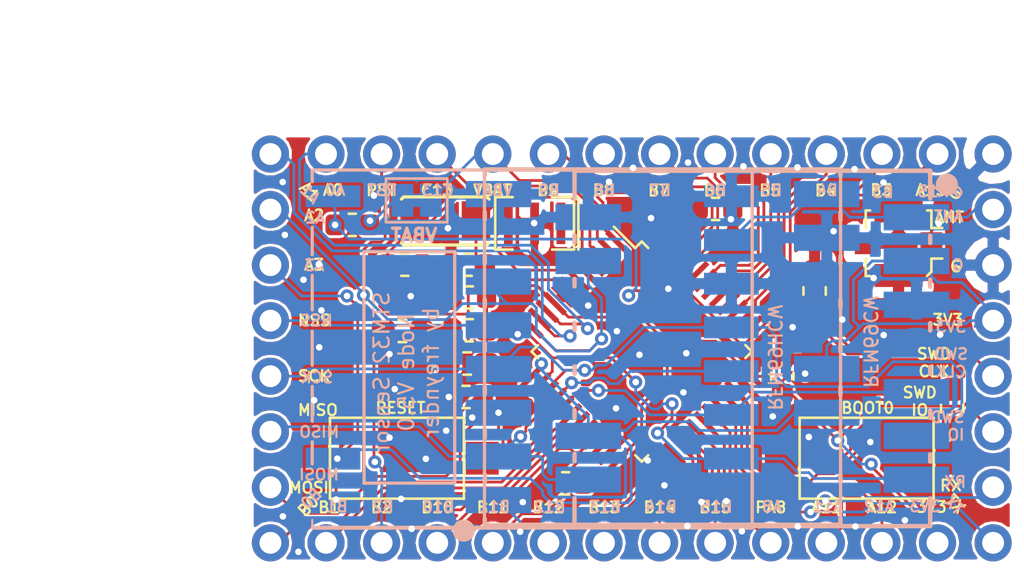
<source format=kicad_pcb>
(kicad_pcb (version 20171130) (host pcbnew 6.0.0-rc1-unknown-a6325aa~66~ubuntu18.04.1)
  (layers (0 F.Cu signal hide) (31 B.Cu signal hide) (34 B.Paste user hide) (35 F.Paste user hide) (36 B.SilkS user hide) (37 F.SilkS user) (38 B.Mask user) (39 F.Mask user) (44 Edge.Cuts user))
  (net 0 "")
  (net 1 GND)
  (net 2 +3V3)
  (net 3 RTCOSC1)
  (net 4 RTCOSC2)
  (net 5 SWDCLK)
  (net 6 SWDIO)
  (net 7 RX)
  (net 8 TX)
  (net 9 PB11)
  (net 10 PB10)
  (net 11 PB1)
  (net 12 PB0)
  (net 13 PA1)
  (net 14 PA0)
  (net 15 BOOT0)
  (net 16 MOSI)
  (net 17 MISO)
  (net 18 SCK)
  (net 19 NSS)
  (net 20 RST)
  (net 21 OSC2)
  (net 22 OSC1)
  (net 23 PA2)
  (net 24 PA3)
  (net 25 PC13)
  (net 26 VBAT)
  (net 27 PB9)
  (net 28 PB8)
  (net 29 PB7)
  (net 30 PB6)
  (net 31 PB5)
  (net 32 PB4)
  (net 33 PB3)
  (net 34 PA15)
  (net 35 PB2)
  (net 36 PB12)
  (net 37 PB13)
  (net 38 PB14)
  (net 39 PB15)
  (net 40 PA8)
  (net 41 PA11)
  (net 42 PA12)
  (net 43 "Net-(C7-Pad2)")
  (net 44 ANT)
  (net 45 "Net-(R2-Pad2)")
  (module Button_Switch_SMD:SW_SPST_CK_RS282G05A3 (layer F.Cu) (at 155.4 105.6)
    (fp_text reference SW2 hide)
    (fp_text value SW_BOOT)
    (pad 2 smd rect (at 3.9 0) (size 1.5 1.5) (layers F.Cu F.Paste F.Mask) (net 45 "Net-(R2-Pad2)"))
    (pad 1 smd rect (at -3.9 0) (size 1.5 1.5) (layers F.Cu F.Paste F.Mask) (net 15 BOOT0))
  )
  (module Resistor_SMD:R_0603_1608Metric_Pad1.05x0.95mm_HandSolder (layer F.Cu) (at 134.19 99.78 180)
    (fp_text reference R4)
    (fp_text value 100K)
    (pad 2 smd roundrect (at 0.875 0 180) (size 1.05 0.95) (layers F.Cu F.Paste F.Mask) (net 35 PB2))
    (pad 1 smd roundrect (at -0.875 0 180) (size 1.05 0.95) (layers F.Cu F.Paste F.Mask) (net 1 GND))
  )
  (module Resistor_SMD:R_0603_1608Metric_Pad1.05x0.95mm_HandSolder (layer F.Cu) (at 137.15 101.27 180)
    (fp_text reference R1)
    (fp_text value 10K)
    (pad 2 smd roundrect (at 0.875 0 180) (size 1.05 0.95) (layers F.Cu F.Paste F.Mask) (net 20 RST))
    (pad 1 smd roundrect (at -0.875 0 180) (size 1.05 0.95) (layers F.Cu F.Paste F.Mask) (net 2 +3V3))
  )
  (module Headers:PinHeader_1x12_P2.54mm_Vertical_Clear (layer F.Cu) (at 158.64 91.69 270)
    (fp_text reference J3 hide)
    (fp_text value "Conn Up")
    (pad 1 thru_hole circle (at 0 0 270) (size 1.7 1.7) (drill 1) (layers *.Cu *.Mask) (net 34 PA15))
    (pad 2 thru_hole oval (at 0 2.54 270) (size 1.7 1.7) (drill 1) (layers *.Cu *.Mask) (net 33 PB3))
    (pad 3 thru_hole oval (at 0 5.08 270) (size 1.7 1.7) (drill 1) (layers *.Cu *.Mask) (net 32 PB4))
    (pad 4 thru_hole oval (at 0 7.62 270) (size 1.7 1.7) (drill 1) (layers *.Cu *.Mask) (net 31 PB5))
    (pad 5 thru_hole oval (at 0 10.16 270) (size 1.7 1.7) (drill 1) (layers *.Cu *.Mask) (net 30 PB6))
    (pad 6 thru_hole oval (at 0 12.7 270) (size 1.7 1.7) (drill 1) (layers *.Cu *.Mask) (net 29 PB7))
    (pad 7 thru_hole oval (at 0 15.24 270) (size 1.7 1.7) (drill 1) (layers *.Cu *.Mask) (net 28 PB8))
    (pad 8 thru_hole oval (at 0 17.78 270) (size 1.7 1.7) (drill 1) (layers *.Cu *.Mask) (net 27 PB9))
    (pad 9 thru_hole oval (at 0 20.32 270) (size 1.7 1.7) (drill 1) (layers *.Cu *.Mask) (net 26 VBAT))
    (pad 10 thru_hole oval (at 0 22.86 270) (size 1.7 1.7) (drill 1) (layers *.Cu *.Mask) (net 25 PC13))
    (pad 11 thru_hole oval (at 0 25.4 270) (size 1.7 1.7) (drill 1) (layers *.Cu *.Mask) (net 20 RST))
    (pad 12 thru_hole oval (at 0 27.94 270) (size 1.7 1.7) (drill 1) (layers *.Cu *.Mask) (net 14 PA0))
  )
  (module custom:RFM69CW-XXXS2-MINPADS (layer B.Cu) (at 150.18 100.58 180)
    (fp_text reference U2)
    (fp_text value RFM69CW)
    (pad 14 smd rect (at 7.49808 5.99948 180) (size 2.99974 1.19888) (layers B.Cu B.Paste B.Mask) (net 1 GND))
    (pad 13 smd rect (at 7.49808 3.99796 180) (size 2.99974 1.19888) (layers B.Cu B.Paste B.Mask) (net 23 PA2))
    (pad 9 smd rect (at 7.49808 -3.99796 180) (size 2.99974 1.19888) (layers B.Cu B.Paste B.Mask) (net 24 PA3))
    (pad 8 smd rect (at 7.49808 -5.99948 180) (size 2.99974 1.19888) (layers B.Cu B.Paste B.Mask) (net 17 MISO))
    (pad 7 smd rect (at -7.49808 -5.99948 180) (size 2.99974 1.19888) (layers B.Cu B.Paste B.Mask) (net 19 NSS))
    (pad 6 smd rect (at -7.49808 -3.99796 180) (size 2.99974 1.19888) (layers B.Cu B.Paste B.Mask) (net 18 SCK))
    (pad 5 smd rect (at -7.49808 -1.99898 180) (size 2.99974 1.19888) (layers B.Cu B.Paste B.Mask) (net 16 MOSI))
    (pad 3 smd rect (at -7.49808 1.99898 180) (size 2.99974 1.19888) (layers B.Cu B.Paste B.Mask) (net 1 GND))
    (pad 2 smd rect (at -7.49808 3.99796 180) (size 2.99974 1.19888) (layers B.Cu B.Paste B.Mask) (net 2 +3V3))
    (pad 1 smd rect (at -7.49808 5.99948 180) (size 2.99974 1.19888) (layers B.Cu B.Paste B.Mask) (net 44 ANT))
  )
  (module custom:RFM69HCW-XXXS2-MINPADS (layer B.Cu) (at 146.08 100.52)
    (fp_text reference U4)
    (fp_text value RFM69HCW)
    (pad 14 smd rect (at 7.49808 2.99974) (size 2.99974 1.19888) (layers B.Cu B.Paste B.Mask) (net 24 PA3))
    (pad 13 smd rect (at 7.49808 0.99822) (size 2.99974 1.19888) (layers B.Cu B.Paste B.Mask) (net 2 +3V3))
    (pad 10 smd rect (at 7.49808 -4.99872) (size 2.99974 1.19888) (layers B.Cu B.Paste B.Mask) (net 1 GND))
    (pad 9 smd rect (at 7.49808 -6.9977) (size 2.99974 1.19888) (layers B.Cu B.Paste B.Mask) (net 44 ANT))
    (pad 8 smd rect (at -7.49808 -6.9977) (size 2.99974 1.19888) (layers B.Cu B.Paste B.Mask) (net 1 GND))
    (pad 6 smd rect (at -7.49808 -2.99974) (size 2.99974 1.19888) (layers B.Cu B.Paste B.Mask) (net 23 PA2))
    (pad 5 smd rect (at -7.49808 -0.99822) (size 2.99974 1.19888) (layers B.Cu B.Paste B.Mask) (net 19 NSS))
    (pad 4 smd rect (at -7.49808 0.99822) (size 2.99974 1.19888) (layers B.Cu B.Paste B.Mask) (net 18 SCK))
    (pad 3 smd rect (at -7.49808 2.99974) (size 2.99974 1.19888) (layers B.Cu B.Paste B.Mask) (net 16 MOSI))
    (pad 2 smd rect (at -7.49808 4.99872) (size 2.99974 1.19888) (layers B.Cu B.Paste B.Mask) (net 17 MISO))
    (pad 1 smd rect (at -7.49808 6.9977) (size 2.99974 1.19888) (layers B.Cu B.Paste B.Mask) (net 1 GND))
  )
  (module custom:HOPERF_RFM69HW-MINPADS (layer B.Cu) (at 140.12 100.62)
    (fp_text reference U3 hide)
    (fp_text value RFM69HW)
    (pad 1 smd rect (at -9.1 7) (size 2.5 1) (layers B.Cu B.Paste B.Mask) (net 23 PA2))
    (pad 2 smd rect (at -9.1 5) (size 2.5 1) (layers B.Cu B.Paste B.Mask) (net 24 PA3))
    (pad 8 smd rect (at -9.1 -7) (size 2.5 1) (layers B.Cu B.Paste B.Mask) (net 2 +3V3))
    (pad 9 smd rect (at 9.1 -7) (size 2.5 1) (layers B.Cu B.Paste B.Mask) (net 1 GND))
    (pad 10 smd rect (at 9.1 -5) (size 2.5 1) (layers B.Cu B.Paste B.Mask) (net 44 ANT))
    (pad 11 smd rect (at 9.1 -3) (size 2.5 1) (layers B.Cu B.Paste B.Mask) (net 1 GND))
    (pad 12 smd rect (at 9.1 -1) (size 2.5 1) (layers B.Cu B.Paste B.Mask) (net 18 SCK))
    (pad 13 smd rect (at 9.1 1) (size 2.5 1) (layers B.Cu B.Paste B.Mask) (net 17 MISO))
    (pad 14 smd rect (at 9.1 3) (size 2.5 1) (layers B.Cu B.Paste B.Mask) (net 16 MOSI))
    (pad 15 smd rect (at 9.1 5) (size 2.5 1) (layers B.Cu B.Paste B.Mask) (net 19 NSS))
  )
  (module Resistor_SMD:R_0603_1608Metric_Pad1.05x0.95mm_HandSolder (layer F.Cu) (at 159.31 103.33 270)
    (fp_text reference R2)
    (fp_text value 10K)
    (pad 2 smd roundrect (at 0.875 0 270) (size 1.05 0.95) (layers F.Cu F.Paste F.Mask) (net 45 "Net-(R2-Pad2)"))
    (pad 1 smd roundrect (at -0.875 0 270) (size 1.05 0.95) (layers F.Cu F.Paste F.Mask) (net 2 +3V3))
  )
  (module Crystal:Resonator_SMD_muRata_CSTxExxV-3Pin_3.0x1.1mm (layer F.Cu) (at 140.23 94.86 180)
    (fp_text reference Y2)
    (fp_text value 8Mhz)
    (pad 1 smd rect (at -1.2 0 180) (size 0.4 1.9) (layers F.Cu F.Paste F.Mask) (net 22 OSC1))
    (pad 2 smd rect (at 0 0 180) (size 0.4 1.9) (layers F.Cu F.Paste F.Mask) (net 1 GND))
    (pad 3 smd rect (at 1.2 0 180) (size 0.4 1.9) (layers F.Cu F.Paste F.Mask) (net 21 OSC2))
  )
  (module Headers:PinSocket_1x08_P2.54mm_Vertical_Clear (layer F.Cu) (at 128.16 91.69)
    (fp_text reference J1 hide)
    (fp_text value "Conn Side")
    (pad 8 thru_hole oval (at 0 17.78) (size 1.7 1.7) (drill 1) (layers *.Cu *.Mask) (net 12 PB0))
    (pad 7 thru_hole oval (at 0 15.24) (size 1.7 1.7) (drill 1) (layers *.Cu *.Mask) (net 16 MOSI))
    (pad 6 thru_hole oval (at 0 12.7) (size 1.7 1.7) (drill 1) (layers *.Cu *.Mask) (net 17 MISO))
    (pad 5 thru_hole oval (at 0 10.16) (size 1.7 1.7) (drill 1) (layers *.Cu *.Mask) (net 18 SCK))
    (pad 4 thru_hole oval (at 0 7.62) (size 1.7 1.7) (drill 1) (layers *.Cu *.Mask) (net 19 NSS))
    (pad 3 thru_hole oval (at 0 5.08) (size 1.7 1.7) (drill 1) (layers *.Cu *.Mask) (net 24 PA3))
    (pad 2 thru_hole oval (at 0 2.54) (size 1.7 1.7) (drill 1) (layers *.Cu *.Mask) (net 23 PA2))
    (pad 1 thru_hole circle (at 0 0) (size 1.7 1.7) (drill 1) (layers *.Cu *.Mask) (net 13 PA1))
  )
  (module Headers:PinSocket_1x08_P2.54mm_Vertical_Clear (layer F.Cu) (at 161.18 91.69)
    (fp_text reference J4 hide)
    (fp_text value "Conn Prog")
    (pad 8 thru_hole oval (at 0 17.78) (size 1.7 1.7) (drill 1) (layers *.Cu *.Mask) (net 8 TX))
    (pad 7 thru_hole oval (at 0 15.24) (size 1.7 1.7) (drill 1) (layers *.Cu *.Mask) (net 7 RX))
    (pad 6 thru_hole oval (at 0 12.7) (size 1.7 1.7) (drill 1) (layers *.Cu *.Mask) (net 6 SWDIO))
    (pad 5 thru_hole oval (at 0 10.16) (size 1.7 1.7) (drill 1) (layers *.Cu *.Mask) (net 5 SWDCLK))
    (pad 4 thru_hole oval (at 0 7.62) (size 1.7 1.7) (drill 1) (layers *.Cu *.Mask) (net 2 +3V3))
    (pad 3 thru_hole oval (at 0 5.08) (size 1.7 1.7) (drill 1) (layers *.Cu *.Mask) (net 1 GND))
    (pad 2 thru_hole oval (at 0 2.54) (size 1.7 1.7) (drill 1) (layers *.Cu *.Mask) (net 44 ANT))
    (pad 1 thru_hole circle (at 0 0) (size 1.7 1.7) (drill 1) (layers *.Cu *.Mask) (net 1 GND))
  )
  (module Headers:PinHeader_1x12_P2.54mm_Vertical_Clear (layer F.Cu) (at 130.7 109.47 90)
    (fp_text reference J2 hide)
    (fp_text value "Conn Down")
    (pad 1 thru_hole circle (at 0 0 90) (size 1.7 1.7) (drill 1) (layers *.Cu *.Mask) (net 11 PB1))
    (pad 2 thru_hole oval (at 0 2.54 90) (size 1.7 1.7) (drill 1) (layers *.Cu *.Mask) (net 35 PB2))
    (pad 3 thru_hole oval (at 0 5.08 90) (size 1.7 1.7) (drill 1) (layers *.Cu *.Mask) (net 10 PB10))
    (pad 4 thru_hole oval (at 0 7.62 90) (size 1.7 1.7) (drill 1) (layers *.Cu *.Mask) (net 9 PB11))
    (pad 5 thru_hole oval (at 0 10.16 90) (size 1.7 1.7) (drill 1) (layers *.Cu *.Mask) (net 36 PB12))
    (pad 6 thru_hole oval (at 0 12.7 90) (size 1.7 1.7) (drill 1) (layers *.Cu *.Mask) (net 37 PB13))
    (pad 7 thru_hole oval (at 0 15.24 90) (size 1.7 1.7) (drill 1) (layers *.Cu *.Mask) (net 38 PB14))
    (pad 8 thru_hole oval (at 0 17.78 90) (size 1.7 1.7) (drill 1) (layers *.Cu *.Mask) (net 39 PB15))
    (pad 9 thru_hole oval (at 0 20.32 90) (size 1.7 1.7) (drill 1) (layers *.Cu *.Mask) (net 40 PA8))
    (pad 10 thru_hole oval (at 0 22.86 90) (size 1.7 1.7) (drill 1) (layers *.Cu *.Mask) (net 41 PA11))
    (pad 11 thru_hole oval (at 0 25.4 90) (size 1.7 1.7) (drill 1) (layers *.Cu *.Mask) (net 42 PA12))
    (pad 12 thru_hole oval (at 0 27.94 90) (size 1.7 1.7) (drill 1) (layers *.Cu *.Mask) (net 2 +3V3))
  )
  (module Button_Switch_SMD:SW_SPST_CK_RS282G05A3 (layer F.Cu) (at 133.94 105.6)
    (fp_text reference SW1 hide)
    (fp_text value SW_Reset)
    (pad 2 smd rect (at 3.9 0) (size 1.5 1.5) (layers F.Cu F.Paste F.Mask) (net 20 RST))
    (pad 1 smd rect (at -3.9 0) (size 1.5 1.5) (layers F.Cu F.Paste F.Mask) (net 1 GND))
  )
  (module Capacitor_SMD:C_0603_1608Metric (layer F.Cu) (at 137.1 102.8 180)
    (fp_text reference C1)
    (fp_text value 1uF)
    (pad 2 smd roundrect (at 0.7875 0 180) (size 0.875 0.95) (layers F.Cu F.Paste F.Mask) (net 1 GND))
    (pad 1 smd roundrect (at -0.7875 0 180) (size 0.875 0.95) (layers F.Cu F.Paste F.Mask) (net 20 RST))
  )
  (module Capacitor_SMD:C_0603_1608Metric (layer F.Cu) (at 151.55 101.85 90)
    (fp_text reference C2)
    (fp_text value 0.1uF)
    (pad 2 smd roundrect (at 0.7875 0 90) (size 0.875 0.95) (layers F.Cu F.Paste F.Mask) (net 1 GND))
    (pad 1 smd roundrect (at -0.7875 0 90) (size 0.875 0.95) (layers F.Cu F.Paste F.Mask) (net 2 +3V3))
  )
  (module Capacitor_SMD:C_0603_1608Metric (layer F.Cu) (at 148.5 94.2)
    (fp_text reference C3)
    (fp_text value 0.1uF)
    (pad 1 smd roundrect (at -0.7875 0) (size 0.875 0.95) (layers F.Cu F.Paste F.Mask) (net 2 +3V3))
    (pad 2 smd roundrect (at 0.7875 0) (size 0.875 0.95) (layers F.Cu F.Paste F.Mask) (net 1 GND))
  )
  (module Capacitor_SMD:C_0603_1608Metric (layer F.Cu) (at 141.65 106.75 180)
    (fp_text reference C4)
    (fp_text value 0.1uF)
    (pad 2 smd roundrect (at 0.7875 0 180) (size 0.875 0.95) (layers F.Cu F.Paste F.Mask) (net 1 GND))
    (pad 1 smd roundrect (at -0.7875 0 180) (size 0.875 0.95) (layers F.Cu F.Paste F.Mask) (net 2 +3V3))
  )
  (module Capacitor_SMD:C_0603_1608Metric (layer F.Cu) (at 137.25 99.75 180)
    (fp_text reference C5)
    (fp_text value 0.1uF)
    (pad 1 smd roundrect (at -0.7875 0 180) (size 0.875 0.95) (layers F.Cu F.Paste F.Mask) (net 2 +3V3))
    (pad 2 smd roundrect (at 0.7875 0 180) (size 0.875 0.95) (layers F.Cu F.Paste F.Mask) (net 1 GND))
  )
  (module Capacitor_SMD:C_0603_1608Metric (layer F.Cu) (at 137.25 98.25 180)
    (fp_text reference C6)
    (fp_text value 10uF)
    (pad 1 smd roundrect (at -0.7875 0 180) (size 0.875 0.95) (layers F.Cu F.Paste F.Mask) (net 2 +3V3))
    (pad 2 smd roundrect (at 0.7875 0 180) (size 0.875 0.95) (layers F.Cu F.Paste F.Mask) (net 1 GND))
  )
  (module Capacitor_SMD:C_0603_1608Metric (layer F.Cu) (at 131.9 94.93)
    (fp_text reference C7)
    (fp_text value 100nF)
    (pad 2 smd roundrect (at 0.7875 0) (size 0.875 0.95) (layers F.Cu F.Paste F.Mask) (net 43 "Net-(C7-Pad2)"))
    (pad 1 smd roundrect (at -0.7875 0) (size 0.875 0.95) (layers F.Cu F.Paste F.Mask) (net 2 +3V3))
  )
  (module Capacitor_SMD:C_0603_1608Metric (layer F.Cu) (at 134.3 96.75)
    (fp_text reference C8)
    (fp_text value 10pF)
    (pad 2 smd roundrect (at 0.7875 0) (size 0.875 0.95) (layers F.Cu F.Paste F.Mask) (net 1 GND))
    (pad 1 smd roundrect (at -0.7875 0) (size 0.875 0.95) (layers F.Cu F.Paste F.Mask) (net 3 RTCOSC1))
  )
  (module Capacitor_SMD:C_0603_1608Metric (layer F.Cu) (at 137.2 96.75 180)
    (fp_text reference C9)
    (fp_text value 10pF)
    (pad 2 smd roundrect (at 0.7875 0 180) (size 0.875 0.95) (layers F.Cu F.Paste F.Mask) (net 1 GND))
    (pad 1 smd roundrect (at -0.7875 0 180) (size 0.875 0.95) (layers F.Cu F.Paste F.Mask) (net 4 RTCOSC2))
  )
  (module Resistor_SMD:R_0603_1608Metric_Pad1.05x0.95mm_HandSolder (layer F.Cu) (at 153.025 97.95 270)
    (fp_text reference R3)
    (fp_text value 100K)
    (pad 2 smd roundrect (at 0.875 0 270) (size 1.05 0.95) (layers F.Cu F.Paste F.Mask) (net 15 BOOT0))
    (pad 1 smd roundrect (at -0.875 0 270) (size 1.05 0.95) (layers F.Cu F.Paste F.Mask) (net 1 GND))
  )
  (module Package_QFP:LQFP-48_7x7mm_P0.5mm (layer F.Cu) (at 145.125 100.725 315)
    (fp_text reference U1 hide)
    (fp_text value STM32F103C8Tx hide)
    (pad 1 smd rect (at -4.35 -2.75 315) (size 1.3 0.25) (layers F.Cu F.Paste F.Mask) (net 26 VBAT))
    (pad 2 smd rect (at -4.35 -2.25 315) (size 1.3 0.25) (layers F.Cu F.Paste F.Mask) (net 25 PC13))
    (pad 3 smd rect (at -4.35 -1.749999 315) (size 1.3 0.25) (layers F.Cu F.Paste F.Mask) (net 3 RTCOSC1))
    (pad 4 smd rect (at -4.35 -1.25 315) (size 1.3 0.25) (layers F.Cu F.Paste F.Mask) (net 4 RTCOSC2))
    (pad 5 smd rect (at -4.35 -0.750001 315) (size 1.3 0.25) (layers F.Cu F.Paste F.Mask) (net 22 OSC1))
    (pad 6 smd rect (at -4.35 -0.25 315) (size 1.3 0.25) (layers F.Cu F.Paste F.Mask) (net 21 OSC2))
    (pad 7 smd rect (at -4.35 0.25 315) (size 1.3 0.25) (layers F.Cu F.Paste F.Mask) (net 20 RST))
    (pad 8 smd rect (at -4.35 0.750001 315) (size 1.3 0.25) (layers F.Cu F.Paste F.Mask) (net 1 GND))
    (pad 9 smd rect (at -4.35 1.25 315) (size 1.3 0.25) (layers F.Cu F.Paste F.Mask) (net 2 +3V3))
    (pad 10 smd rect (at -4.35 1.749999 315) (size 1.3 0.25) (layers F.Cu F.Paste F.Mask) (net 14 PA0))
    (pad 11 smd rect (at -4.35 2.25 315) (size 1.3 0.25) (layers F.Cu F.Paste F.Mask) (net 13 PA1))
    (pad 12 smd rect (at -4.35 2.75 315) (size 1.3 0.25) (layers F.Cu F.Paste F.Mask) (net 23 PA2))
    (pad 13 smd rect (at -2.75 4.35 45) (size 1.3 0.25) (layers F.Cu F.Paste F.Mask) (net 24 PA3))
    (pad 14 smd rect (at -2.25 4.35 45) (size 1.3 0.25) (layers F.Cu F.Paste F.Mask) (net 19 NSS))
    (pad 15 smd rect (at -1.749999 4.35 45) (size 1.3 0.25) (layers F.Cu F.Paste F.Mask) (net 18 SCK))
    (pad 16 smd rect (at -1.25 4.35 45) (size 1.3 0.25) (layers F.Cu F.Paste F.Mask) (net 17 MISO))
    (pad 17 smd rect (at -0.750001 4.35 45) (size 1.3 0.25) (layers F.Cu F.Paste F.Mask) (net 16 MOSI))
    (pad 18 smd rect (at -0.25 4.35 45) (size 1.3 0.25) (layers F.Cu F.Paste F.Mask) (net 12 PB0))
    (pad 19 smd rect (at 0.25 4.35 45) (size 1.3 0.25) (layers F.Cu F.Paste F.Mask) (net 11 PB1))
    (pad 20 smd rect (at 0.750001 4.35 45) (size 1.3 0.25) (layers F.Cu F.Paste F.Mask) (net 35 PB2))
    (pad 21 smd rect (at 1.25 4.35 45) (size 1.3 0.25) (layers F.Cu F.Paste F.Mask) (net 10 PB10))
    (pad 22 smd rect (at 1.749999 4.35 45) (size 1.3 0.25) (layers F.Cu F.Paste F.Mask) (net 9 PB11))
    (pad 23 smd rect (at 2.25 4.35 45) (size 1.3 0.25) (layers F.Cu F.Paste F.Mask) (net 1 GND))
    (pad 24 smd rect (at 2.75 4.35 45) (size 1.3 0.25) (layers F.Cu F.Paste F.Mask) (net 2 +3V3))
    (pad 25 smd rect (at 4.35 2.75 315) (size 1.3 0.25) (layers F.Cu F.Paste F.Mask) (net 36 PB12))
    (pad 26 smd rect (at 4.35 2.25 315) (size 1.3 0.25) (layers F.Cu F.Paste F.Mask) (net 37 PB13))
    (pad 27 smd rect (at 4.35 1.749999 315) (size 1.3 0.25) (layers F.Cu F.Paste F.Mask) (net 38 PB14))
    (pad 28 smd rect (at 4.35 1.25 315) (size 1.3 0.25) (layers F.Cu F.Paste F.Mask) (net 39 PB15))
    (pad 29 smd rect (at 4.35 0.750001 315) (size 1.3 0.25) (layers F.Cu F.Paste F.Mask) (net 40 PA8))
    (pad 30 smd rect (at 4.35 0.25 315) (size 1.3 0.25) (layers F.Cu F.Paste F.Mask) (net 8 TX))
    (pad 31 smd rect (at 4.35 -0.25 315) (size 1.3 0.25) (layers F.Cu F.Paste F.Mask) (net 7 RX))
    (pad 32 smd rect (at 4.35 -0.750001 315) (size 1.3 0.25) (layers F.Cu F.Paste F.Mask) (net 41 PA11))
    (pad 33 smd rect (at 4.35 -1.25 315) (size 1.3 0.25) (layers F.Cu F.Paste F.Mask) (net 42 PA12))
    (pad 34 smd rect (at 4.35 -1.749999 315) (size 1.3 0.25) (layers F.Cu F.Paste F.Mask) (net 6 SWDIO))
    (pad 35 smd rect (at 4.35 -2.25 315) (size 1.3 0.25) (layers F.Cu F.Paste F.Mask) (net 1 GND))
    (pad 36 smd rect (at 4.35 -2.75 315) (size 1.3 0.25) (layers F.Cu F.Paste F.Mask) (net 2 +3V3))
    (pad 37 smd rect (at 2.75 -4.35 45) (size 1.3 0.25) (layers F.Cu F.Paste F.Mask) (net 5 SWDCLK))
    (pad 38 smd rect (at 2.25 -4.35 45) (size 1.3 0.25) (layers F.Cu F.Paste F.Mask) (net 34 PA15))
    (pad 39 smd rect (at 1.749999 -4.35 45) (size 1.3 0.25) (layers F.Cu F.Paste F.Mask) (net 33 PB3))
    (pad 40 smd rect (at 1.25 -4.35 45) (size 1.3 0.25) (layers F.Cu F.Paste F.Mask) (net 32 PB4))
    (pad 41 smd rect (at 0.750001 -4.35 45) (size 1.3 0.25) (layers F.Cu F.Paste F.Mask) (net 31 PB5))
    (pad 42 smd rect (at 0.25 -4.35 45) (size 1.3 0.25) (layers F.Cu F.Paste F.Mask) (net 30 PB6))
    (pad 43 smd rect (at -0.25 -4.35 45) (size 1.3 0.25) (layers F.Cu F.Paste F.Mask) (net 29 PB7))
    (pad 44 smd rect (at -0.750001 -4.35 45) (size 1.3 0.25) (layers F.Cu F.Paste F.Mask) (net 15 BOOT0))
    (pad 45 smd rect (at -1.25 -4.35 45) (size 1.3 0.25) (layers F.Cu F.Paste F.Mask) (net 28 PB8))
    (pad 46 smd rect (at -1.749999 -4.35 45) (size 1.3 0.25) (layers F.Cu F.Paste F.Mask) (net 27 PB9))
    (pad 47 smd rect (at -2.25 -4.35 45) (size 1.3 0.25) (layers F.Cu F.Paste F.Mask) (net 1 GND))
    (pad 48 smd rect (at -2.75 -4.35 45) (size 1.3 0.25) (layers F.Cu F.Paste F.Mask) (net 2 +3V3))
  )
  (module NPFootprints:Seeedstudio-32kHz_Crystal-FC135 (layer F.Cu) (at 136.15 94.75)
    (fp_text reference Y1)
    (fp_text value 32768Mhz)
    (pad 2 smd rect (at 1.4 0) (size 1.3 1.8) (layers F.Cu F.Paste F.Mask) (net 4 RTCOSC2))
    (pad 1 smd rect (at -1.4 0) (size 1.3 1.8) (layers F.Cu F.Paste F.Mask) (net 3 RTCOSC1))
  )
  (module Connector_Coaxial:U.FL_Molex_MCRF_73412-0110_Vertical (layer F.Cu) (at 156.86 95.77 90)
    (fp_text reference J5)
    (fp_text value u.FL)
    (pad 2 smd rect (at -1.475 0 90) (size 1.05 2.2) (layers F.Cu F.Paste F.Mask) (net 1 GND))
    (pad 2 smd rect (at 1.475 0 90) (size 1.05 2.2) (layers F.Cu F.Paste F.Mask) (net 1 GND))
    (pad 2 smd rect (at 0 -1.5 90) (size 1 1) (layers F.Cu F.Paste F.Mask) (net 1 GND))
    (pad 1 smd rect (at 0 1.5 90) (size 1 1) (layers F.Cu F.Paste F.Mask) (net 44 ANT))
  )
  (module Jumper:SolderJumper-2_P1.3mm_Bridged_Pad1.0x1.5mm (layer B.Cu) (at 134.84 93.81 180)
    (fp_text reference JP1 hide)
    (fp_text value "VBAT Jumper")
    (pad 1 smd rect (at 0 0 180) (size 0.5 0.6) (layers B.Cu B.Mask) (net 26 VBAT))
    (pad 2 smd rect (at 0.65 0 180) (size 1 1.5) (layers B.Cu B.Mask) (net 43 "Net-(C7-Pad2)"))
    (pad 1 smd rect (at -0.65 0 180) (size 1 1.5) (layers B.Cu B.Mask) (net 26 VBAT))
  )
  (gr_line (start 130.07 104.85) (end 130.07 105.86) (layer B.SilkS) (width 0.15))
  (gr_line (start 130.07 102.32) (end 130.07 103.91) (layer B.SilkS) (width 0.15))
  (gr_line (start 130.07 99.79) (end 130.07 101.35) (layer B.SilkS) (width 0.15))
  (gr_line (start 130.07 97.24) (end 130.07 98.82) (layer B.SilkS) (width 0.15))
  (gr_line (start 130.07 95.04) (end 130.07 96.29) (layer B.SilkS) (width 0.15))
  (gr_line (start 130.07 92.8) (end 130.07 92.95) (layer B.SilkS) (width 0.15))
  (gr_line (start 130.07 92.41) (end 130.07 92.8) (layer B.SilkS) (width 0.15))
  (gr_line (start 150.16 108.76) (end 130.09 108.76) (layer B.SilkS) (width 0.15))
  (gr_line (start 130.07 92.42) (end 150.15 92.42) (layer B.SilkS) (width 0.15))
  (gr_line (start 150.17 108.79) (end 150.17 92.44) (layer B.SilkS) (width 0.15))
  (gr_line (start 130.07 108.79) (end 150.17 108.79) (layer B.SilkS) (width 0.15))
  (gr_line (start 137.94 92.4) (end 137.94 108.63) (layer B.SilkS) (width 0.15))
  (gr_line (start 154.21 92.45) (end 154.21 108.67) (layer B.SilkS) (width 0.15))
  (gr_line (start 150.17 92.43) (end 150.17 108.68) (layer B.SilkS) (width 0.15))
  (gr_text RFM69HCW (at 151.2 100.99 270) (layer B.SilkS) (effects (font (size 0.6 0.6) (thickness 0.1)) (justify mirror)))
  (gr_text "STM32 Sensor\nNode V5.0\nby freynder" (at 134.37 101.68 90) (layer B.SilkS) (effects (font (size 0.7 0.7) (thickness 0.1)) (justify mirror)))
  (gr_line (start 136.58 106.74) (end 136.58 96.18) (layer B.SilkS) (width 0.15))
  (gr_line (start 132.43 106.74) (end 136.58 106.74) (layer B.SilkS) (width 0.15))
  (gr_line (start 132.43 96.16) (end 132.44 106.74) (layer B.SilkS) (width 0.15))
  (gr_line (start 136.59 96.16) (end 132.43 96.16) (layer B.SilkS) (width 0.15))
  (gr_text "SWD\nCLK" (at 159.25 101.24) (layer B.SilkS) (effects (font (size 0.5 0.5) (thickness 0.1)) (justify mirror)))
  (gr_text RFM69CW (at 155.57 100.27 270) (layer B.SilkS) (effects (font (size 0.6 0.6) (thickness 0.1)) (justify mirror)))
  (gr_text BOOT0 (at 155.45 103.3) (layer F.SilkS) (effects (font (size 0.5 0.5) (thickness 0.1))))
  (gr_text RESET (at 134.1 103.3) (layer F.SilkS) (effects (font (size 0.5 0.5) (thickness 0.1))))
  (gr_text VBAT (at 134.72 95.41) (layer B.SilkS) (effects (font (size 0.6 0.6)) (justify mirror)))
  (gr_text "SWD\nIO" (at 159.93 104.13) (layer B.SilkS) (effects (font (size 0.5 0.5) (thickness 0.1)) (justify left mirror)))
  (gr_text B9 (at 140.890891 93.348538) (layer B.SilkS) (effects (font (size 0.5 0.5) (thickness 0.1)) (justify mirror)))
  (gr_text SCK (at 130.28 101.91) (layer B.SilkS) (effects (font (size 0.5 0.5) (thickness 0.1)) (justify mirror)))
  (gr_text G (at 159.54 93.38 45) (layer B.SilkS) (effects (font (size 0.5 0.5) (thickness 0.1)) (justify mirror)))
  (gr_text B12 (at 140.920891 107.818538) (layer B.SilkS) (effects (font (size 0.5 0.5) (thickness 0.1)) (justify mirror)))
  (gr_text RX (at 159.45 106.69) (layer B.SilkS) (effects (font (size 0.5 0.5) (thickness 0.1)) (justify mirror)))
  (gr_text NSS (at 130.26 99.31) (layer B.SilkS) (effects (font (size 0.5 0.5) (thickness 0.1)) (justify mirror)))
  (gr_text B6 (at 148.510891 93.348538) (layer B.SilkS) (effects (font (size 0.5 0.5) (thickness 0.1)) (justify mirror)))
  (gr_text A15 (at 158.42 93.4) (layer B.SilkS) (effects (font (size 0.5 0.5) (thickness 0.1)) (justify mirror)))
  (gr_text A2 (at 130.2 94.6) (layer B.SilkS) (effects (font (size 0.5 0.5) (thickness 0.1)) (justify mirror)))
  (gr_text TX (at 159.39 107.75 315) (layer B.SilkS) (effects (font (size 0.5 0.5) (thickness 0.1)) (justify mirror)))
  (gr_text C13 (at 135.810891 93.348538) (layer B.SilkS) (effects (font (size 0.5 0.5) (thickness 0.1)) (justify mirror)))
  (gr_text 3V3 (at 159.25 99.59) (layer B.SilkS) (effects (font (size 0.5 0.5) (thickness 0.1)) (justify mirror)))
  (gr_text B10 (at 135.840891 107.818538) (layer B.SilkS) (effects (font (size 0.5 0.5) (thickness 0.1)) (justify mirror)))
  (gr_text VBAT (at 138.350891 93.348538) (layer B.SilkS) (effects (font (size 0.5 0.5) (thickness 0.1)) (justify mirror)))
  (gr_text A0 (at 131.12 93.34) (layer B.SilkS) (effects (font (size 0.5 0.5) (thickness 0.1)) (justify mirror)))
  (gr_text B0 (at 130.03 107.45 45) (layer B.SilkS) (effects (font (size 0.5 0.5) (thickness 0.1)) (justify mirror)))
  (gr_text B1 (at 131.2 107.81) (layer B.SilkS) (effects (font (size 0.5 0.5) (thickness 0.1)) (justify mirror)))
  (gr_text B3 (at 156.14 93.43) (layer B.SilkS) (effects (font (size 0.5 0.5) (thickness 0.1)) (justify mirror)))
  (gr_text B2 (at 133.300891 107.818538) (layer B.SilkS) (effects (font (size 0.5 0.5) (thickness 0.1)) (justify mirror)))
  (gr_text B11 (at 138.380891 107.818538) (layer B.SilkS) (effects (font (size 0.5 0.5) (thickness 0.1)) (justify mirror)))
  (gr_text B14 (at 146.000891 107.818538) (layer B.SilkS) (effects (font (size 0.5 0.5) (thickness 0.1)) (justify mirror)))
  (gr_text 3V3 (at 158.05 107.8) (layer B.SilkS) (effects (font (size 0.5 0.5) (thickness 0.1)) (justify mirror)))
  (gr_text B15 (at 148.540891 107.818538) (layer B.SilkS) (effects (font (size 0.5 0.5) (thickness 0.1)) (justify mirror)))
  (gr_text A12 (at 155.97 107.8) (layer B.SilkS) (effects (font (size 0.5 0.5) (thickness 0.1)) (justify mirror)))
  (gr_text B7 (at 145.970891 93.348538) (layer B.SilkS) (effects (font (size 0.5 0.5) (thickness 0.1)) (justify mirror)))
  (gr_text RST (at 133.270891 93.348538) (layer B.SilkS) (effects (font (size 0.5 0.5) (thickness 0.1)) (justify mirror)))
  (gr_text A3 (at 130.160891 96.782538) (layer B.SilkS) (effects (font (size 0.5 0.5) (thickness 0.1)) (justify mirror)))
  (gr_text B4 (at 153.590891 93.348538) (layer B.SilkS) (effects (font (size 0.5 0.5) (thickness 0.1)) (justify mirror)))
  (gr_text A1 (at 129.97 93.51 315) (layer B.SilkS) (effects (font (size 0.5 0.5) (thickness 0.1)) (justify mirror)))
  (gr_text G (at 159.58 96.77) (layer B.SilkS) (effects (font (size 0.5 0.5) (thickness 0.1)) (justify mirror)))
  (gr_text B8 (at 143.430891 93.348538) (layer B.SilkS) (effects (font (size 0.5 0.5) (thickness 0.1)) (justify mirror)))
  (gr_text B13 (at 143.460891 107.818538) (layer B.SilkS) (effects (font (size 0.5 0.5) (thickness 0.1)) (justify mirror)))
  (gr_text MOSI (at 130.38 106.35) (layer B.SilkS) (effects (font (size 0.5 0.5) (thickness 0.1)) (justify mirror)))
  (gr_text ANT (at 159.15 94.54) (layer B.SilkS) (effects (font (size 0.5 0.5) (thickness 0.1)) (justify mirror)))
  (gr_text MISO (at 130.39 104.4) (layer B.SilkS) (effects (font (size 0.5 0.5) (thickness 0.1)) (justify mirror)))
  (gr_text B5 (at 151.050891 93.348538) (layer B.SilkS) (effects (font (size 0.5 0.5) (thickness 0.1)) (justify mirror)))
  (gr_text A8 (at 151.080891 107.818538) (layer B.SilkS) (effects (font (size 0.5 0.5) (thickness 0.1)) (justify mirror)))
  (gr_text A11 (at 153.620891 107.818538) (layer B.SilkS) (effects (font (size 0.5 0.5) (thickness 0.1)) (justify mirror)))
  (gr_text 3V3 (at 159.11 99.27) (layer F.SilkS) (effects (font (size 0.5 0.5) (thickness 0.1))))
  (gr_text "SWD\nCLK" (at 158.48 101.23) (layer F.SilkS) (effects (font (size 0.5 0.5) (thickness 0.1))))
  (gr_text RX (at 159.25 106.85) (layer F.SilkS) (effects (font (size 0.5 0.5) (thickness 0.1))))
  (gr_text "SWD\nIO" (at 157.83 103) (layer F.SilkS) (effects (font (size 0.5 0.5) (thickness 0.1))))
  (gr_text ANT (at 159.18 94.59) (layer F.SilkS) (effects (font (size 0.5 0.5) (thickness 0.1))))
  (gr_text G (at 159.47 96.83) (layer F.SilkS) (effects (font (size 0.5 0.5) (thickness 0.1))))
  (gr_text MOSI (at 129.92 106.95) (layer F.SilkS) (effects (font (size 0.5 0.5) (thickness 0.1))))
  (gr_text MISO (at 130.33 103.4) (layer F.SilkS) (effects (font (size 0.5 0.5) (thickness 0.1))))
  (gr_text SCK (at 130.16 101.842) (layer F.SilkS) (effects (font (size 0.5 0.5) (thickness 0.1))))
  (gr_text NSS (at 130.16 99.298) (layer F.SilkS) (effects (font (size 0.5 0.5) (thickness 0.1))))
  (gr_text A3 (at 130.16 96.754) (layer F.SilkS) (effects (font (size 0.5 0.5) (thickness 0.1))))
  (gr_text A2 (at 130.16 94.5) (layer F.SilkS) (effects (font (size 0.5 0.5) (thickness 0.1))))
  (gr_text TX (at 159.46 107.69 315) (layer F.SilkS) (effects (font (size 0.5 0.5) (thickness 0.1))))
  (gr_text G (at 159.43 93.51 45) (layer F.SilkS) (effects (font (size 0.5 0.5) (thickness 0.1))))
  (gr_text B0 (at 129.9 107.79 45) (layer F.SilkS) (effects (font (size 0.5 0.5) (thickness 0.1))))
  (gr_text A1 (at 129.94 93.41 -45) (layer F.SilkS) (effects (font (size 0.5 0.5) (thickness 0.1))))
  (gr_text B12 (at 140.86 107.85) (layer F.SilkS) (effects (font (size 0.5 0.5) (thickness 0.1))))
  (gr_text B10 (at 135.78 107.85) (layer F.SilkS) (effects (font (size 0.5 0.5) (thickness 0.1))))
  (gr_text B1 (at 130.84 107.85) (layer F.SilkS) (effects (font (size 0.5 0.5) (thickness 0.1))))
  (gr_text B2 (at 133.24 107.85) (layer F.SilkS) (effects (font (size 0.5 0.5) (thickness 0.1))))
  (gr_text B11 (at 138.32 107.85) (layer F.SilkS) (effects (font (size 0.5 0.5) (thickness 0.1))))
  (gr_text B14 (at 145.94 107.85) (layer F.SilkS) (effects (font (size 0.5 0.5) (thickness 0.1))))
  (gr_text 3V3 (at 158.36 107.83) (layer F.SilkS) (effects (font (size 0.5 0.5) (thickness 0.1))))
  (gr_text B15 (at 148.48 107.85) (layer F.SilkS) (effects (font (size 0.5 0.5) (thickness 0.1))))
  (gr_text A12 (at 156.1 107.85) (layer F.SilkS) (effects (font (size 0.5 0.5) (thickness 0.1))))
  (gr_text B13 (at 143.4 107.85) (layer F.SilkS) (effects (font (size 0.5 0.5) (thickness 0.1))))
  (gr_text PA8 (at 151.02 107.85) (layer F.SilkS) (effects (font (size 0.5 0.5) (thickness 0.1))))
  (gr_text A11 (at 153.56 107.85) (layer F.SilkS) (effects (font (size 0.5 0.5) (thickness 0.1))))
  (gr_text B5 (at 150.99 93.36) (layer F.SilkS) (effects (font (size 0.5 0.5) (thickness 0.1))))
  (gr_text B3 (at 156.07 93.34) (layer F.SilkS) (effects (font (size 0.5 0.5) (thickness 0.1))))
  (gr_text A15 (at 158.33 93.34) (layer F.SilkS) (effects (font (size 0.5 0.5) (thickness 0.1))))
  (gr_text B4 (at 153.53 93.36) (layer F.SilkS) (effects (font (size 0.5 0.5) (thickness 0.1))))
  (gr_text B7 (at 145.91 93.36) (layer F.SilkS) (effects (font (size 0.5 0.5) (thickness 0.1))))
  (gr_text B9 (at 140.84 93.35) (layer F.SilkS) (effects (font (size 0.5 0.5) (thickness 0.1))))
  (gr_text B8 (at 143.38 93.35) (layer F.SilkS) (effects (font (size 0.5 0.5) (thickness 0.1))))
  (gr_text B6 (at 148.45 93.36) (layer F.SilkS) (effects (font (size 0.5 0.5) (thickness 0.1))))
  (gr_text C13 (at 135.76 93.35) (layer F.SilkS) (effects (font (size 0.5 0.5) (thickness 0.1))))
  (gr_text VBAT (at 138.3 93.35) (layer F.SilkS) (effects (font (size 0.5 0.5) (thickness 0.1))))
  (gr_text RST (at 133.22 93.35) (layer F.SilkS) (effects (font (size 0.5 0.5) (thickness 0.1))))
  (gr_text A0 (at 131.02 93.34) (layer F.SilkS) (effects (font (size 0.5 0.5) (thickness 0.1))))
  (gr_line (start 126.89 90.42) (end 126.89 110.74) (layer Edge.Cuts) (width 0.001))
  (gr_line (start 162.45 110.74) (end 126.89 110.74) (layer Edge.Cuts) (width 0.001))
  (gr_line (start 162.45 90.42) (end 162.45 110.74) (layer Edge.Cuts) (width 0.001))
  (gr_line (start 126.89 90.42) (end 162.45 90.42) (layer Edge.Cuts) (width 0.001))
  (via (at 139.69 107.61) (size 0.6) (drill 0.3) (layers F.Cu B.Cu) (net 1))
  (via (at 140.21 94.85) (size 0.6) (drill 0.3) (layers F.Cu B.Cu) (net 1))
  (segment (start 140.8625 106.75) (end 140.58479 106.75) (width 0.127) (layer F.Cu) (net 1))
  (via (at 148.99 107.56) (size 0.6) (drill 0.3) (layers F.Cu B.Cu) (net 1))
  (via (at 146.16 106.84) (size 0.6) (drill 0.3) (layers F.Cu B.Cu) (net 1))
  (via (at 149.7 108.94) (size 0.6) (drill 0.3) (layers F.Cu B.Cu) (net 1))
  (via (at 147.21 108.7) (size 0.6) (drill 0.3) (layers F.Cu B.Cu) (net 1))
  (via (at 147.85 107.6) (size 0.6) (drill 0.3) (layers F.Cu B.Cu) (net 1))
  (via (at 133.84 102.44) (size 0.6) (drill 0.3) (layers F.Cu B.Cu) (net 1))
  (via (at 130.16 102.95) (size 0.6) (drill 0.3) (layers F.Cu B.Cu) (net 1))
  (via (at 130.39 100.53) (size 0.6) (drill 0.3) (layers F.Cu B.Cu) (net 1))
  (via (at 130.49 98.84) (size 0.6) (drill 0.3) (layers F.Cu B.Cu) (net 1))
  (via (at 145.55 94.62) (size 0.6) (drill 0.3) (layers F.Cu B.Cu) (net 1))
  (via (at 143.99 99.79) (size 0.6) (drill 0.3) (layers F.Cu B.Cu) (net 1))
  (via (at 134.61 108.83) (size 0.6) (drill 0.3) (layers F.Cu B.Cu) (net 1))
  (via (at 142.68 98.62) (size 0.6) (drill 0.3) (layers F.Cu B.Cu) (net 1))
  (segment (start 142.56 98.74) (end 142.68 98.62) (width 0.127) (layer F.Cu) (net 1))
  (via (at 147.03 102.59) (size 0.6) (drill 0.3) (layers F.Cu B.Cu) (net 1))
  (via (at 145.02 100.87) (size 0.6) (drill 0.3) (layers F.Cu B.Cu) (net 1))
  (via (at 128.72 92.97) (size 0.6) (drill 0.3) (layers F.Cu B.Cu) (net 1))
  (via (at 154.85 92.38) (size 0.6) (drill 0.3) (layers F.Cu B.Cu) (net 1))
  (via (at 152.24 92.3) (size 0.6) (drill 0.3) (layers F.Cu B.Cu) (net 1))
  (via (at 149.77 92.25) (size 0.6) (drill 0.3) (layers F.Cu B.Cu) (net 1))
  (via (at 144.73 92.32) (size 0.6) (drill 0.3) (layers F.Cu B.Cu) (net 1))
  (via (at 139.57 108.96) (size 0.6) (drill 0.3) (layers F.Cu B.Cu) (net 1))
  (via (at 156.17 92.99) (size 0.6) (drill 0.3) (layers F.Cu B.Cu) (net 1))
  (via (at 147.24 92.08) (size 0.6) (drill 0.3) (layers F.Cu B.Cu) (net 1))
  (via (at 143.63 92.96) (size 0.6) (drill 0.3) (layers F.Cu B.Cu) (net 1))
  (segment (start 149.22 94.67) (end 149.35 94.8) (width 0.127) (layer F.Cu) (net 1))
  (segment (start 149.2 94.67) (end 149.22 94.67) (width 0.127) (layer F.Cu) (net 1))
  (segment (start 149.2875 94.5825) (end 149.2 94.67) (width 0.127) (layer F.Cu) (net 1))
  (via (at 149.2 94.67) (size 0.6) (drill 0.3) (layers F.Cu B.Cu) (net 1))
  (segment (start 149.2875 94.2) (end 149.2875 94.5825) (width 0.127) (layer F.Cu) (net 1))
  (via (at 146.34 97.85) (size 0.6) (drill 0.3) (layers F.Cu B.Cu) (net 1))
  (via (at 153.89 95.22) (size 0.6) (drill 0.3) (layers F.Cu B.Cu) (net 1))
  (segment (start 139.57 108.50578) (end 138.58192 107.5177) (width 0.127) (layer B.Cu) (net 1))
  (segment (start 139.57 108.96) (end 139.57 108.50578) (width 0.127) (layer B.Cu) (net 1))
  (segment (start 140.8625 106.75) (end 140.55 106.75) (width 0.127) (layer F.Cu) (net 1))
  (via (at 155.72 97.36) (size 0.6) (drill 0.3) (layers F.Cu B.Cu) (net 1))
  (via (at 145.4 105.7) (size 0.6) (drill 0.3) (layers F.Cu B.Cu) (net 1))
  (via (at 143.95 103.32) (size 0.6) (drill 0.3) (layers F.Cu B.Cu) (net 1))
  (via (at 135.26 105.63) (size 0.6) (drill 0.3) (layers F.Cu B.Cu) (net 1))
  (via (at 152.76 104.63) (size 0.6) (drill 0.3) (layers F.Cu B.Cu) (net 1))
  (via (at 133.6 100.84) (size 0.6) (drill 0.3) (layers F.Cu B.Cu) (net 1))
  (via (at 136.19 104.34) (size 0.6) (drill 0.3) (layers F.Cu B.Cu) (net 1))
  (segment (start 141.518755 98.179416) (end 141.519416 98.179416) (width 0.127) (layer F.Cu) (net 1))
  (segment (start 141.519416 98.179416) (end 142.17 98.83) (width 0.127) (layer F.Cu) (net 1))
  (segment (start 142.47 98.83) (end 142.68 98.62) (width 0.127) (layer F.Cu) (net 1))
  (segment (start 142.17 98.83) (end 142.47 98.83) (width 0.127) (layer F.Cu) (net 1))
  (via (at 134.57 98.19) (size 0.6) (drill 0.3) (layers F.Cu B.Cu) (net 1))
  (segment (start 136.4325 99.78) (end 136.4625 99.75) (width 0.127) (layer F.Cu) (net 1))
  (segment (start 135.065 99.78) (end 136.4325 99.78) (width 0.127) (layer F.Cu) (net 1))
  (via (at 136.27 95.08) (size 0.6) (drill 0.3) (layers F.Cu B.Cu) (net 1))
  (via (at 129.44 109.88) (size 0.6) (drill 0.3) (layers F.Cu B.Cu) (net 1))
  (via (at 134.13 107.46) (size 0.6) (drill 0.3) (layers F.Cu B.Cu) (net 1))
  (via (at 128.73 108.26) (size 0.6) (drill 0.3) (layers F.Cu B.Cu) (net 1))
  (via (at 133.6 104.66) (size 0.6) (drill 0.3) (layers F.Cu B.Cu) (net 1))
  (via (at 152.02 99.61) (size 0.6) (drill 0.3) (layers F.Cu B.Cu) (net 1))
  (via (at 154.29 99.26) (size 0.6) (drill 0.3) (layers F.Cu B.Cu) (net 1))
  (via (at 156.18 99.97) (size 0.6) (drill 0.3) (layers F.Cu B.Cu) (net 1))
  (via (at 158.76 99.95) (size 0.6) (drill 0.3) (layers F.Cu B.Cu) (net 1))
  (via (at 151.11 103.69) (size 0.6) (drill 0.3) (layers F.Cu B.Cu) (net 1))
  (via (at 147.16 100.8) (size 0.6) (drill 0.3) (layers F.Cu B.Cu) (net 1))
  (via (at 129.67 97.44) (size 0.6) (drill 0.3) (layers F.Cu B.Cu) (net 1))
  (via (at 128.82 95.39) (size 0.6) (drill 0.3) (layers F.Cu B.Cu) (net 1))
  (via (at 130.37 96.73) (size 0.6) (drill 0.3) (layers F.Cu B.Cu) (net 1))
  (via (at 154.89 108.72) (size 0.6) (drill 0.3) (layers F.Cu B.Cu) (net 1))
  (via (at 157.15 108.44) (size 0.6) (drill 0.3) (layers F.Cu B.Cu) (net 1))
  (via (at 152.25 108.72) (size 0.6) (drill 0.3) (layers F.Cu B.Cu) (net 1))
  (via (at 155.57 104.86) (size 0.6) (drill 0.3) (layers F.Cu B.Cu) (net 1))
  (via (at 136.3125 102.8) (size 0.6) (drill 0.3) (layers F.Cu B.Cu) (net 1))
  (segment (start 136.3125 102.8) (end 136.3125 102.7775) (width 0.127) (layer F.Cu) (net 1))
  (segment (start 136.3125 102.8) (end 136.3125 102.7675) (width 0.127) (layer F.Cu) (net 1))
  (via (at 132.89 93.59) (size 0.6) (drill 0.3) (layers F.Cu B.Cu) (net 1))
  (segment (start 138.0375 99.75) (end 138.0375 98.25) (width 0.127) (layer F.Cu) (net 2))
  (segment (start 150.768871 101.856371) (end 151.55 102.6375) (width 0.127) (layer F.Cu) (net 2))
  (segment (start 150.145458 101.856371) (end 150.768871 101.856371) (width 0.127) (layer F.Cu) (net 2))
  (segment (start 146.3875 94.2) (end 147.7125 94.2) (width 0.127) (layer F.Cu) (net 2))
  (segment (start 146.2 100.25) (end 145.4 99.45) (width 0.127) (layer F.Cu) (net 2))
  (segment (start 146.3875 95.573413) (end 146.256371 95.704542) (width 0.127) (layer F.Cu) (net 2))
  (segment (start 146.3875 94.2) (end 146.3875 95.573413) (width 0.127) (layer F.Cu) (net 2))
  (segment (start 146.256371 95.704542) (end 145.4 96.560913) (width 0.127) (layer F.Cu) (net 2))
  (segment (start 150.145458 101.856371) (end 150.106371 101.856371) (width 0.127) (layer F.Cu) (net 2))
  (segment (start 148.5 100.25) (end 146.2 100.25) (width 0.127) (layer F.Cu) (net 2))
  (segment (start 150.106371 101.856371) (end 148.5 100.25) (width 0.127) (layer F.Cu) (net 2))
  (segment (start 143.993629 105.745458) (end 142.989087 106.75) (width 0.127) (layer F.Cu) (net 2))
  (segment (start 142.989087 106.75) (end 142.4375 106.75) (width 0.127) (layer F.Cu) (net 2))
  (segment (start 159.1084 109.0016) (end 158.64 109.47) (width 0.127) (layer F.Cu) (net 2))
  (segment (start 138.0375 98.25) (end 138.576931 97.710569) (width 0.127) (layer F.Cu) (net 2))
  (segment (start 138.576931 97.710569) (end 140.342802 97.710569) (width 0.127) (layer F.Cu) (net 2))
  (segment (start 140.342802 97.710569) (end 141.165202 98.532969) (width 0.127) (layer F.Cu) (net 2))
  (segment (start 161.18 99.31) (end 160.61 99.31) (width 0.127) (layer B.Cu) (net 2))
  (segment (start 160.61 99.31) (end 160.35 99.57) (width 0.127) (layer B.Cu) (net 2))
  (segment (start 161.18 99.31) (end 161.18 98.95) (width 0.127) (layer F.Cu) (net 2))
  (segment (start 161.18 99.31) (end 161.18 98.98) (width 0.127) (layer B.Cu) (net 2))
  (segment (start 161.18 98.98) (end 159.76 97.56) (width 0.127) (layer B.Cu) (net 2))
  (segment (start 158.65604 97.56) (end 157.67808 96.58204) (width 0.127) (layer B.Cu) (net 2))
  (segment (start 159.76 97.56) (end 158.65604 97.56) (width 0.127) (layer B.Cu) (net 2))
  (segment (start 141.782233 99.15) (end 141.165202 98.532969) (width 0.127) (layer F.Cu) (net 2))
  (segment (start 145.4 99.45) (end 145.1 99.15) (width 0.127) (layer F.Cu) (net 2))
  (segment (start 145.1 99.15) (end 141.782233 99.15) (width 0.127) (layer F.Cu) (net 2))
  (segment (start 146.290748 100.340748) (end 146.2 100.25) (width 0.127) (layer F.Cu) (net 2))
  (segment (start 146.290748 101.989252) (end 146.290748 100.340748) (width 0.127) (layer F.Cu) (net 2))
  (segment (start 143.993629 105.736371) (end 144.63 105.1) (width 0.127) (layer F.Cu) (net 2))
  (segment (start 143.993629 105.745458) (end 143.993629 105.736371) (width 0.127) (layer F.Cu) (net 2))
  (segment (start 145.12 104.45) (end 145.12 104.48) (width 0.127) (layer F.Cu) (net 2))
  (segment (start 151.55 102.6375) (end 151.55 102.54) (width 0.127) (layer F.Cu) (net 2))
  (segment (start 145.4 97.94) (end 144.75 97.94) (width 0.127) (layer F.Cu) (net 2))
  (via (at 144.53 98.16) (size 0.6) (drill 0.3) (layers F.Cu B.Cu) (net 2))
  (segment (start 145.4 97.94) (end 145.4 99.45) (width 0.127) (layer F.Cu) (net 2))
  (segment (start 144.75 97.94) (end 144.53 98.16) (width 0.127) (layer F.Cu) (net 2))
  (segment (start 145.4 96.560913) (end 145.4 97.94) (width 0.127) (layer F.Cu) (net 2))
  (segment (start 144.53 98.16) (end 144.87 97.82) (width 0.127) (layer B.Cu) (net 2))
  (segment (start 144.87 97.82) (end 144.87 96.06) (width 0.127) (layer B.Cu) (net 2))
  (segment (start 144.87 96.06) (end 144.39 95.58) (width 0.127) (layer B.Cu) (net 2))
  (segment (start 131.7625 95.58) (end 131.1125 94.93) (width 0.127) (layer B.Cu) (net 2))
  (segment (start 144.39 95.58) (end 131.7625 95.58) (width 0.127) (layer B.Cu) (net 2))
  (segment (start 131.1125 93.7125) (end 131.02 93.62) (width 0.127) (layer B.Cu) (net 2))
  (segment (start 131.1125 94.93) (end 131.1125 93.7125) (width 0.127) (layer B.Cu) (net 2))
  (via (at 131.1125 94.93) (size 0.6) (drill 0.3) (layers F.Cu B.Cu) (net 2))
  (segment (start 145.12 104.6) (end 145.12 104.45) (width 0.127) (layer F.Cu) (net 2))
  (segment (start 143.993629 105.745458) (end 143.993629 105.726371) (width 0.127) (layer F.Cu) (net 2))
  (segment (start 143.993629 105.726371) (end 145.12 104.6) (width 0.127) (layer F.Cu) (net 2))
  (segment (start 145.12 103.16) (end 146.290748 101.989252) (width 0.127) (layer F.Cu) (net 2))
  (segment (start 145.12 104.45) (end 145.12 103.16) (width 0.127) (layer F.Cu) (net 2))
  (segment (start 158.64 109) (end 158.64 109.47) (width 0.127) (layer B.Cu) (net 2))
  (segment (start 138.025 99.7625) (end 138.0375 99.75) (width 0.127) (layer F.Cu) (net 2))
  (segment (start 138.025 101.27) (end 138.025 99.7625) (width 0.127) (layer F.Cu) (net 2))
  (segment (start 159.04 109.07) (end 158.64 109.47) (width 0.127) (layer F.Cu) (net 2))
  (segment (start 153.57808 101.51822) (end 153.57808 100.47192) (width 0.127) (layer B.Cu) (net 2))
  (segment (start 153.81 100.24) (end 154.45 100.24) (width 0.127) (layer B.Cu) (net 2))
  (segment (start 153.57808 100.47192) (end 153.81 100.24) (width 0.127) (layer B.Cu) (net 2))
  (segment (start 155.09 99.6) (end 154.45 100.24) (width 0.127) (layer B.Cu) (net 2))
  (via (at 154.08 104.79) (size 0.6) (drill 0.3) (layers F.Cu B.Cu) (net 2))
  (segment (start 151.9275 102.6375) (end 151.55 102.6375) (width 0.127) (layer F.Cu) (net 2))
  (segment (start 154.08 104.79) (end 151.9275 102.6375) (width 0.127) (layer F.Cu) (net 2))
  (segment (start 154.8 99.31) (end 155.09 99.6) (width 0.127) (layer B.Cu) (net 2))
  (segment (start 154.8 97.44) (end 154.8 99.31) (width 0.127) (layer B.Cu) (net 2))
  (segment (start 157.67808 96.58204) (end 155.65796 96.58204) (width 0.127) (layer B.Cu) (net 2))
  (segment (start 155.65796 96.58204) (end 154.8 97.44) (width 0.127) (layer B.Cu) (net 2))
  (segment (start 155.24 99.45) (end 155.09 99.6) (width 0.127) (layer B.Cu) (net 2))
  (segment (start 159.95 99.45) (end 155.24 99.45) (width 0.127) (layer B.Cu) (net 2))
  (segment (start 161.18 99.31) (end 160.09 99.31) (width 0.127) (layer B.Cu) (net 2))
  (segment (start 160.09 99.31) (end 159.95 99.45) (width 0.127) (layer B.Cu) (net 2))
  (segment (start 154.08 104.79) (end 154.08 104.77) (width 0.127) (layer F.Cu) (net 2))
  (segment (start 154.08 104.77) (end 155.92 102.93) (width 0.127) (layer F.Cu) (net 2))
  (segment (start 155.92 102.93) (end 158.16 102.93) (width 0.127) (layer F.Cu) (net 2))
  (segment (start 158.635 102.455) (end 159.31 102.455) (width 0.127) (layer F.Cu) (net 2))
  (segment (start 158.16 102.93) (end 158.635 102.455) (width 0.127) (layer F.Cu) (net 2))
  (segment (start 151.55 102.07) (end 151.55 102.6375) (width 0.127) (layer F.Cu) (net 2))
  (segment (start 152.54 101.68) (end 151.94 101.68) (width 0.127) (layer F.Cu) (net 2))
  (segment (start 151.94 101.68) (end 151.55 102.07) (width 0.127) (layer F.Cu) (net 2))
  (via (at 152.59 101.73) (size 0.6) (drill 0.3) (layers F.Cu B.Cu) (net 2))
  (segment (start 152.59 101.73) (end 152.54 101.68) (width 0.127) (layer F.Cu) (net 2))
  (segment (start 155.16 105.87) (end 154.08 104.79) (width 0.127) (layer B.Cu) (net 2))
  (segment (start 155.61 105.87) (end 155.16 105.87) (width 0.127) (layer B.Cu) (net 2))
  (segment (start 158.64 109) (end 158.64 109.47) (width 0.127) (layer F.Cu) (net 2))
  (via (at 155.61 105.87) (size 0.6) (drill 0.3) (layers F.Cu B.Cu) (net 2))
  (segment (start 155.61 105.97) (end 158.64 109) (width 0.127) (layer F.Cu) (net 2))
  (segment (start 155.61 105.87) (end 155.61 105.97) (width 0.127) (layer F.Cu) (net 2))
  (segment (start 133.5125 96.2375) (end 133.5125 96.75) (width 0.127) (layer F.Cu) (net 3))
  (segment (start 134.75 95) (end 133.5125 96.2375) (width 0.127) (layer F.Cu) (net 3))
  (segment (start 134.75 94.75) (end 134.75 95) (width 0.127) (layer F.Cu) (net 3))
  (segment (start 142.138022 93.408022) (end 142.756193 94.026193) (width 0.127) (layer F.Cu) (net 3))
  (segment (start 135.527 94.75) (end 136.777 93.5) (width 0.127) (layer F.Cu) (net 3))
  (segment (start 138.470775 93.5) (end 138.562753 93.408022) (width 0.127) (layer F.Cu) (net 3))
  (segment (start 138.562753 93.408022) (end 142.138022 93.408022) (width 0.127) (layer F.Cu) (net 3))
  (segment (start 142.756193 95.88132) (end 143.286522 96.411649) (width 0.127) (layer F.Cu) (net 3))
  (segment (start 142.756193 94.026193) (end 142.756193 95.88132) (width 0.127) (layer F.Cu) (net 3))
  (segment (start 136.777 93.5) (end 138.470775 93.5) (width 0.127) (layer F.Cu) (net 3))
  (segment (start 134.75 94.75) (end 135.527 94.75) (width 0.127) (layer F.Cu) (net 3))
  (segment (start 137.55 96.3125) (end 137.9875 96.75) (width 0.127) (layer F.Cu) (net 4))
  (segment (start 137.55 94.75) (end 137.55 96.3125) (width 0.127) (layer F.Cu) (net 4))
  (segment (start 137.55 94.75) (end 137.55 96.885264) (width 0.127) (layer F.Cu) (net 4))
  (segment (start 141.912033 93.662033) (end 142.40264 94.15264) (width 0.127) (layer F.Cu) (net 4))
  (segment (start 138.735065 93.662033) (end 141.912033 93.662033) (width 0.127) (layer F.Cu) (net 4))
  (segment (start 137.55 94.75) (end 137.647098 94.75) (width 0.127) (layer F.Cu) (net 4))
  (segment (start 137.647098 94.75) (end 138.735065 93.662033) (width 0.127) (layer F.Cu) (net 4))
  (segment (start 142.40264 96.234873) (end 142.932969 96.765202) (width 0.127) (layer F.Cu) (net 4))
  (segment (start 142.40264 94.15264) (end 142.40264 96.234873) (width 0.127) (layer F.Cu) (net 4))
  (segment (start 159.9 100.57) (end 161.18 101.85) (width 0.127) (layer F.Cu) (net 5))
  (segment (start 153.75 99.66) (end 154.66 100.57) (width 0.127) (layer F.Cu) (net 5))
  (segment (start 154.66 100.57) (end 159.9 100.57) (width 0.127) (layer F.Cu) (net 5))
  (segment (start 150.145458 99.593629) (end 151.27 98.469087) (width 0.127) (layer F.Cu) (net 5))
  (segment (start 151.27 98.469087) (end 152.079087 98.469087) (width 0.127) (layer F.Cu) (net 5))
  (segment (start 152.079087 98.469087) (end 152.548174 98) (width 0.127) (layer F.Cu) (net 5))
  (segment (start 152.548174 98) (end 153.57 98) (width 0.127) (layer F.Cu) (net 5))
  (segment (start 153.57 98) (end 153.75 98.18) (width 0.127) (layer F.Cu) (net 5))
  (segment (start 153.75 98.18) (end 153.75 99.66) (width 0.127) (layer F.Cu) (net 5))
  (segment (start 160.27 103.48) (end 161.18 104.39) (width 0.127) (layer F.Cu) (net 6))
  (segment (start 156.21 103.48) (end 160.27 103.48) (width 0.127) (layer F.Cu) (net 6))
  (segment (start 154.93 105.31) (end 154.93 104.76) (width 0.127) (layer F.Cu) (net 6))
  (segment (start 153.93 106.31) (end 154.93 105.31) (width 0.127) (layer F.Cu) (net 6))
  (segment (start 154.93 104.76) (end 156.21 103.48) (width 0.127) (layer F.Cu) (net 6))
  (segment (start 153.17 106.31) (end 153.93 106.31) (width 0.127) (layer F.Cu) (net 6))
  (segment (start 149.438351 102.563478) (end 149.438351 102.568351) (width 0.127) (layer F.Cu) (net 6))
  (segment (start 149.95 103.08) (end 149.95 105.96) (width 0.127) (layer F.Cu) (net 6))
  (segment (start 149.438351 102.568351) (end 149.95 103.08) (width 0.127) (layer F.Cu) (net 6))
  (segment (start 149.95 105.96) (end 150.71 106.72) (width 0.127) (layer F.Cu) (net 6))
  (segment (start 150.71 106.72) (end 152.76 106.72) (width 0.127) (layer F.Cu) (net 6))
  (segment (start 152.76 106.72) (end 153.17 106.31) (width 0.127) (layer F.Cu) (net 6))
  (segment (start 148.377691 103.624138) (end 148.384138 103.624138) (width 0.127) (layer F.Cu) (net 7))
  (segment (start 149.16 106.3) (end 149.16 104.41) (width 0.127) (layer F.Cu) (net 7))
  (segment (start 150.43 107.57) (end 149.16 106.3) (width 0.127) (layer F.Cu) (net 7))
  (segment (start 152.55 107.57) (end 150.43 107.57) (width 0.127) (layer F.Cu) (net 7))
  (segment (start 152.56 107.56) (end 152.55 107.57) (width 0.127) (layer F.Cu) (net 7))
  (segment (start 153.5 107.56) (end 152.56 107.56) (width 0.127) (layer F.Cu) (net 7))
  (segment (start 149.16 104.41) (end 148.377691 103.627691) (width 0.127) (layer F.Cu) (net 7))
  (via (at 153.51 107.55) (size 0.6) (drill 0.3) (layers F.Cu B.Cu) (net 7))
  (segment (start 155.26 107.55) (end 155.41 107.4) (width 0.127) (layer B.Cu) (net 7))
  (segment (start 148.377691 103.627691) (end 148.377691 103.624138) (width 0.127) (layer F.Cu) (net 7))
  (segment (start 155.41 107.4) (end 160.71 107.4) (width 0.127) (layer B.Cu) (net 7))
  (segment (start 153.51 107.55) (end 155.26 107.55) (width 0.127) (layer B.Cu) (net 7))
  (segment (start 160.71 107.4) (end 161.18 106.93) (width 0.127) (layer B.Cu) (net 7))
  (segment (start 153.51 107.55) (end 153.5 107.56) (width 0.127) (layer F.Cu) (net 7))
  (segment (start 148.024138 103.977691) (end 148.024138 103.984138) (width 0.127) (layer F.Cu) (net 8))
  (segment (start 148.9 106.4) (end 148.9 104.85) (width 0.127) (layer F.Cu) (net 8))
  (segment (start 150.56 108.06) (end 148.9 106.4) (width 0.127) (layer F.Cu) (net 8))
  (segment (start 152.84 108.06) (end 155.23 108.06) (width 0.127) (layer B.Cu) (net 8))
  (segment (start 148.027691 103.977691) (end 148.024138 103.977691) (width 0.127) (layer F.Cu) (net 8))
  (segment (start 148.9 104.85) (end 148.027691 103.977691) (width 0.127) (layer F.Cu) (net 8))
  (segment (start 155.62 107.67) (end 159.38 107.67) (width 0.127) (layer B.Cu) (net 8))
  (via (at 152.84 108.06) (size 0.6) (drill 0.3) (layers F.Cu B.Cu) (net 8))
  (segment (start 155.23 108.06) (end 155.62 107.67) (width 0.127) (layer B.Cu) (net 8))
  (segment (start 159.38 107.67) (end 161.18 109.47) (width 0.127) (layer B.Cu) (net 8))
  (segment (start 152.84 108.06) (end 150.56 108.06) (width 0.127) (layer F.Cu) (net 8))
  (segment (start 139.65 108.14) (end 138.32 109.47) (width 0.127) (layer F.Cu) (net 9))
  (segment (start 143.286522 105.038351) (end 142.756193 105.56868) (width 0.127) (layer F.Cu) (net 9))
  (segment (start 141.65 106.33) (end 141.65 107.2) (width 0.127) (layer F.Cu) (net 9))
  (segment (start 142.756193 105.56868) (end 142.41132 105.56868) (width 0.127) (layer F.Cu) (net 9))
  (segment (start 142.41132 105.56868) (end 141.65 106.33) (width 0.127) (layer F.Cu) (net 9))
  (segment (start 141.65 107.2) (end 140.71 108.14) (width 0.127) (layer F.Cu) (net 9))
  (segment (start 140.71 108.14) (end 139.65 108.14) (width 0.127) (layer F.Cu) (net 9))
  (segment (start 136.629999 108.620001) (end 135.78 109.47) (width 0.127) (layer F.Cu) (net 10))
  (segment (start 142.27 105.347767) (end 142.037767 105.347767) (width 0.127) (layer F.Cu) (net 10))
  (segment (start 142.932969 104.684798) (end 142.27 105.347767) (width 0.127) (layer F.Cu) (net 10))
  (segment (start 142.037767 105.347767) (end 141.85 105.16) (width 0.127) (layer F.Cu) (net 10))
  (segment (start 138.948449 107.56) (end 137.69 107.56) (width 0.127) (layer F.Cu) (net 10))
  (segment (start 137.69 107.56) (end 136.629999 108.620001) (width 0.127) (layer F.Cu) (net 10))
  (segment (start 141.85 105.16) (end 141.348449 105.16) (width 0.127) (layer F.Cu) (net 10))
  (segment (start 141.348449 105.16) (end 138.948449 107.56) (width 0.127) (layer F.Cu) (net 10))
  (segment (start 130.79 109.47) (end 130.7 109.47) (width 0.127) (layer F.Cu) (net 11))
  (segment (start 133.3 106.96) (end 130.79 109.47) (width 0.127) (layer F.Cu) (net 11))
  (segment (start 138.82 106.96) (end 133.3 106.96) (width 0.127) (layer F.Cu) (net 11))
  (segment (start 141.21 104.57) (end 138.82 106.96) (width 0.127) (layer F.Cu) (net 11))
  (segment (start 142.225862 103.977691) (end 141.633553 104.57) (width 0.127) (layer F.Cu) (net 11))
  (segment (start 141.633553 104.57) (end 141.21 104.57) (width 0.127) (layer F.Cu) (net 11))
  (segment (start 129.63 108.38) (end 128.54 109.47) (width 0.127) (layer F.Cu) (net 12))
  (segment (start 131.45 108.38) (end 129.63 108.38) (width 0.127) (layer F.Cu) (net 12))
  (segment (start 141.872309 103.647691) (end 141.26 104.26) (width 0.127) (layer F.Cu) (net 12))
  (segment (start 128.54 109.47) (end 128.16 109.47) (width 0.127) (layer F.Cu) (net 12))
  (segment (start 141.872309 103.624138) (end 141.872309 103.647691) (width 0.127) (layer F.Cu) (net 12))
  (segment (start 141.26 104.26) (end 141.16 104.26) (width 0.127) (layer F.Cu) (net 12))
  (segment (start 141.16 104.26) (end 138.73 106.69) (width 0.127) (layer F.Cu) (net 12))
  (segment (start 133.14 106.69) (end 131.45 108.38) (width 0.127) (layer F.Cu) (net 12))
  (segment (start 138.73 106.69) (end 133.14 106.69) (width 0.127) (layer F.Cu) (net 12))
  (segment (start 141.85 100.01) (end 141.15 100.01) (width 0.127) (layer F.Cu) (net 13))
  (via (at 141.85 100.01) (size 0.6) (drill 0.3) (layers F.Cu B.Cu) (net 13))
  (segment (start 141.15 100.01) (end 140.458095 99.318095) (width 0.127) (layer F.Cu) (net 13))
  (segment (start 140.458095 99.318095) (end 140.458095 99.240076) (width 0.127) (layer F.Cu) (net 13))
  (segment (start 140.58 99.17) (end 141.42 100.01) (width 0.127) (layer B.Cu) (net 13))
  (segment (start 140.58 96.76) (end 140.58 99.17) (width 0.127) (layer B.Cu) (net 13))
  (segment (start 128.16 91.69) (end 128.76 91.69) (width 0.127) (layer B.Cu) (net 13))
  (segment (start 128.76 91.69) (end 129.23 92.16) (width 0.127) (layer B.Cu) (net 13))
  (segment (start 130.98 96.12) (end 139.94 96.12) (width 0.127) (layer B.Cu) (net 13))
  (segment (start 129.23 92.16) (end 129.23 94.37) (width 0.127) (layer B.Cu) (net 13))
  (segment (start 141.42 100.01) (end 141.85 100.01) (width 0.127) (layer B.Cu) (net 13))
  (segment (start 129.23 94.37) (end 130.98 96.12) (width 0.127) (layer B.Cu) (net 13))
  (segment (start 139.94 96.12) (end 140.58 96.76) (width 0.127) (layer B.Cu) (net 13))
  (segment (start 140.811649 98.886522) (end 140.786522 98.886522) (width 0.127) (layer F.Cu) (net 14))
  (segment (start 129.49 94.27) (end 129.49 91.96) (width 0.127) (layer B.Cu) (net 14))
  (segment (start 131.08 95.86) (end 129.49 94.27) (width 0.127) (layer B.Cu) (net 14))
  (segment (start 140.86 97.88) (end 140.86 96.67) (width 0.127) (layer B.Cu) (net 14))
  (segment (start 140.05 95.86) (end 131.08 95.86) (width 0.127) (layer B.Cu) (net 14))
  (segment (start 140.86 96.67) (end 140.05 95.86) (width 0.127) (layer B.Cu) (net 14))
  (segment (start 129.76 91.69) (end 130.7 91.69) (width 0.127) (layer B.Cu) (net 14))
  (segment (start 129.49 91.96) (end 129.76 91.69) (width 0.127) (layer B.Cu) (net 14))
  (via (at 142.65 99.67) (size 0.6) (drill 0.3) (layers F.Cu B.Cu) (net 14))
  (segment (start 142.65 99.67) (end 140.86 97.88) (width 0.127) (layer B.Cu) (net 14))
  (segment (start 140.836522 98.886522) (end 140.811649 98.886522) (width 0.127) (layer F.Cu) (net 14))
  (segment (start 142.65 99.67) (end 142.44 99.46) (width 0.127) (layer F.Cu) (net 14))
  (segment (start 141.41 99.46) (end 140.836522 98.886522) (width 0.127) (layer F.Cu) (net 14))
  (segment (start 142.44 99.46) (end 141.41 99.46) (width 0.127) (layer F.Cu) (net 14))
  (segment (start 153.025 99.335) (end 153.025 98.825) (width 0.127) (layer F.Cu) (net 15))
  (segment (start 154.52 100.83) (end 153.025 99.335) (width 0.127) (layer F.Cu) (net 15))
  (segment (start 158.81599 100.82401) (end 158.81 100.83) (width 0.127) (layer F.Cu) (net 15))
  (segment (start 159.71401 100.82401) (end 158.81599 100.82401) (width 0.127) (layer F.Cu) (net 15))
  (segment (start 160.1 101.21) (end 159.71401 100.82401) (width 0.127) (layer F.Cu) (net 15))
  (segment (start 160.1 102.95) (end 160.1 101.21) (width 0.127) (layer F.Cu) (net 15))
  (segment (start 151.5 105.6) (end 154.28 105.6) (width 0.127) (layer F.Cu) (net 15))
  (segment (start 156.09 103.22) (end 159.83 103.22) (width 0.127) (layer F.Cu) (net 15))
  (segment (start 154.28 105.6) (end 154.67 105.21) (width 0.127) (layer F.Cu) (net 15))
  (segment (start 158.81 100.83) (end 154.52 100.83) (width 0.127) (layer F.Cu) (net 15))
  (segment (start 154.67 105.21) (end 154.67 104.64) (width 0.127) (layer F.Cu) (net 15))
  (segment (start 154.67 104.64) (end 156.09 103.22) (width 0.127) (layer F.Cu) (net 15))
  (segment (start 159.83 103.22) (end 160.1 102.95) (width 0.127) (layer F.Cu) (net 15))
  (segment (start 149.602147 100.332147) (end 149.877853 100.332147) (width 0.127) (layer F.Cu) (net 15))
  (segment (start 147.140255 97.870255) (end 149.602147 100.332147) (width 0.127) (layer F.Cu) (net 15))
  (segment (start 147.670584 97.118755) (end 147.140255 97.649084) (width 0.127) (layer F.Cu) (net 15))
  (segment (start 151.385 98.825) (end 153.025 98.825) (width 0.127) (layer F.Cu) (net 15))
  (segment (start 149.877853 100.332147) (end 151.385 98.825) (width 0.127) (layer F.Cu) (net 15))
  (segment (start 147.140255 97.649084) (end 147.140255 97.870255) (width 0.127) (layer F.Cu) (net 15))
  (segment (start 150.26102 102.57898) (end 149.22 103.62) (width 0.127) (layer B.Cu) (net 16))
  (segment (start 157.67808 102.57898) (end 150.26102 102.57898) (width 0.127) (layer B.Cu) (net 16))
  (segment (start 143.15 102.5) (end 142.27 102.5) (width 0.127) (layer F.Cu) (net 16))
  (via (at 143.15 102.5) (size 0.6) (drill 0.3) (layers F.Cu B.Cu) (net 16))
  (segment (start 141.518755 103.251245) (end 141.518755 103.270584) (width 0.127) (layer F.Cu) (net 16))
  (segment (start 142.27 102.5) (end 141.518755 103.251245) (width 0.127) (layer F.Cu) (net 16))
  (via (at 138.58192 103.51974) (size 0.6) (drill 0.3) (layers F.Cu B.Cu) (net 16))
  (segment (start 138.79 105) (end 138.79 104.69) (width 0.127) (layer F.Cu) (net 16))
  (segment (start 138.58192 104.48192) (end 138.58192 103.51974) (width 0.127) (layer F.Cu) (net 16))
  (segment (start 141.518755 103.270584) (end 141.509416 103.270584) (width 0.127) (layer F.Cu) (net 16))
  (segment (start 138.79 104.69) (end 138.58192 104.48192) (width 0.127) (layer F.Cu) (net 16))
  (segment (start 140.96 104.1) (end 139.78 105.28) (width 0.127) (layer F.Cu) (net 16))
  (segment (start 139.78 105.28) (end 139.07 105.28) (width 0.127) (layer F.Cu) (net 16))
  (segment (start 140.96 103.82) (end 140.96 104.1) (width 0.127) (layer F.Cu) (net 16))
  (segment (start 141.509416 103.270584) (end 140.96 103.82) (width 0.127) (layer F.Cu) (net 16))
  (segment (start 139.07 105.28) (end 138.79 105) (width 0.127) (layer F.Cu) (net 16))
  (via (at 137.38 103.74) (size 0.6) (drill 0.3) (layers F.Cu B.Cu) (net 16))
  (segment (start 145.49 103.62) (end 149.22 103.62) (width 0.127) (layer B.Cu) (net 16))
  (segment (start 143.15 102.5) (end 144.37 102.5) (width 0.127) (layer B.Cu) (net 16))
  (segment (start 144.37 102.5) (end 145.49 103.62) (width 0.127) (layer B.Cu) (net 16))
  (segment (start 131.24 108.12) (end 129.35 108.12) (width 0.127) (layer F.Cu) (net 16))
  (segment (start 137.38 104.08) (end 136.83 104.63) (width 0.127) (layer F.Cu) (net 16))
  (segment (start 129.35 108.12) (end 128.16 106.93) (width 0.127) (layer F.Cu) (net 16))
  (segment (start 137.38 103.74) (end 137.38 104.08) (width 0.127) (layer F.Cu) (net 16))
  (segment (start 136.83 104.63) (end 136.83 105.78) (width 0.127) (layer F.Cu) (net 16))
  (segment (start 136.18 106.43) (end 132.93 106.43) (width 0.127) (layer F.Cu) (net 16))
  (segment (start 136.83 105.78) (end 136.18 106.43) (width 0.127) (layer F.Cu) (net 16))
  (segment (start 132.93 106.43) (end 131.24 108.12) (width 0.127) (layer F.Cu) (net 16))
  (via (at 141.92 102.15) (size 0.6) (drill 0.3) (layers F.Cu B.Cu) (net 17))
  (segment (start 141.165202 102.917031) (end 141.165202 102.904798) (width 0.127) (layer F.Cu) (net 17))
  (segment (start 141.165202 102.904798) (end 141.92 102.15) (width 0.127) (layer F.Cu) (net 17))
  (segment (start 142.68192 106.57948) (end 140.84948 106.57948) (width 0.127) (layer B.Cu) (net 17))
  (segment (start 140.84948 106.57948) (end 140.6 106.33) (width 0.127) (layer B.Cu) (net 17))
  (segment (start 140.6 106.33) (end 140.6 105.64) (width 0.127) (layer B.Cu) (net 17))
  (segment (start 140.47872 105.51872) (end 138.58192 105.51872) (width 0.127) (layer B.Cu) (net 17))
  (segment (start 140.6 105.64) (end 140.47872 105.51872) (width 0.127) (layer B.Cu) (net 17))
  (segment (start 141.165202 102.917031) (end 141.165202 102.974798) (width 0.127) (layer F.Cu) (net 17))
  (segment (start 139.49064 104.61) (end 138.58192 105.51872) (width 0.127) (layer B.Cu) (net 17))
  (segment (start 139.59 104.61) (end 139.83 104.37) (width 0.127) (layer F.Cu) (net 17))
  (segment (start 139.83 104.19) (end 141.102969 102.917031) (width 0.127) (layer F.Cu) (net 17))
  (via (at 139.59 104.61) (size 0.6) (drill 0.3) (layers F.Cu B.Cu) (net 17))
  (segment (start 139.59 104.61) (end 139.49064 104.61) (width 0.127) (layer B.Cu) (net 17))
  (segment (start 139.83 104.37) (end 139.83 104.19) (width 0.127) (layer F.Cu) (net 17))
  (segment (start 141.102969 102.917031) (end 141.165202 102.917031) (width 0.127) (layer F.Cu) (net 17))
  (segment (start 141.92 102.15) (end 142.73 102.15) (width 0.127) (layer B.Cu) (net 17))
  (segment (start 142.94 101.94) (end 143.41 101.94) (width 0.127) (layer B.Cu) (net 17))
  (segment (start 142.73 102.15) (end 142.94 101.94) (width 0.127) (layer B.Cu) (net 17))
  (segment (start 143.41 101.94) (end 143.66 102.19) (width 0.127) (layer B.Cu) (net 17))
  (segment (start 143.66 102.19) (end 144.04 102.19) (width 0.127) (layer B.Cu) (net 17))
  (segment (start 144.04 102.19) (end 144.61 101.62) (width 0.127) (layer B.Cu) (net 17))
  (segment (start 144.61 101.62) (end 149.22 101.62) (width 0.127) (layer B.Cu) (net 17))
  (segment (start 128.39 104.16) (end 128.16 104.39) (width 0.127) (layer B.Cu) (net 17))
  (segment (start 134.98 104.16) (end 128.39 104.16) (width 0.127) (layer B.Cu) (net 17))
  (segment (start 138.58192 105.51872) (end 136.33872 105.51872) (width 0.127) (layer B.Cu) (net 17))
  (segment (start 136.33872 105.51872) (end 134.98 104.16) (width 0.127) (layer B.Cu) (net 17))
  (segment (start 128.16 101.85) (end 129.51 101.85) (width 0.127) (layer B.Cu) (net 18))
  (segment (start 129.84178 101.51822) (end 138.58192 101.51822) (width 0.127) (layer B.Cu) (net 18))
  (segment (start 129.51 101.85) (end 129.84178 101.51822) (width 0.127) (layer B.Cu) (net 18))
  (segment (start 157.67808 104.57796) (end 158.44204 104.57796) (width 0.127) (layer B.Cu) (net 18))
  (segment (start 158.44204 104.57796) (end 159.75 103.27) (width 0.127) (layer B.Cu) (net 18))
  (segment (start 159.75 103.27) (end 159.75 101.67) (width 0.127) (layer B.Cu) (net 18))
  (segment (start 159.75 101.67) (end 159.27 101.19) (width 0.127) (layer B.Cu) (net 18))
  (segment (start 159.27 101.19) (end 156.6 101.19) (width 0.127) (layer B.Cu) (net 18))
  (segment (start 156.6 101.19) (end 155.46503 102.32497) (width 0.127) (layer B.Cu) (net 18))
  (segment (start 155.46503 102.32497) (end 151.73497 102.32497) (width 0.127) (layer B.Cu) (net 18))
  (segment (start 151.73497 102.32497) (end 151.29 101.88) (width 0.127) (layer B.Cu) (net 18))
  (segment (start 151.29 101.88) (end 151.29 100.03) (width 0.127) (layer B.Cu) (net 18))
  (segment (start 150.88 99.62) (end 149.22 99.62) (width 0.127) (layer B.Cu) (net 18))
  (segment (start 151.29 100.03) (end 150.88 99.62) (width 0.127) (layer B.Cu) (net 18))
  (segment (start 143.48 101.35) (end 145.21 99.62) (width 0.127) (layer B.Cu) (net 18))
  (segment (start 145.21 99.62) (end 149.22 99.62) (width 0.127) (layer B.Cu) (net 18))
  (segment (start 143.48 101.35) (end 143.07 101.35) (width 0.127) (layer B.Cu) (net 18))
  (segment (start 143 101.42) (end 142.9 101.52) (width 0.127) (layer B.Cu) (net 18))
  (segment (start 143 101.42) (end 142.84 101.58) (width 0.127) (layer B.Cu) (net 18))
  (segment (start 143.07 101.35) (end 143 101.42) (width 0.127) (layer B.Cu) (net 18))
  (segment (start 140.811649 102.563478) (end 140.811649 102.478351) (width 0.127) (layer F.Cu) (net 18))
  (segment (start 142.84 101.58) (end 143.07 101.35) (width 0.127) (layer B.Cu) (net 18))
  (segment (start 140.811649 102.418351) (end 140.811649 102.563478) (width 0.127) (layer F.Cu) (net 18))
  (segment (start 141.65 101.58) (end 140.811649 102.418351) (width 0.127) (layer F.Cu) (net 18))
  (via (at 142.52 101.58) (size 0.6) (drill 0.3) (layers F.Cu B.Cu) (net 18))
  (segment (start 142.52 101.58) (end 141.65 101.58) (width 0.127) (layer F.Cu) (net 18))
  (segment (start 142.52 101.58) (end 142.84 101.58) (width 0.127) (layer B.Cu) (net 18))
  (segment (start 142.52 101.58) (end 141.54 101.58) (width 0.127) (layer B.Cu) (net 18))
  (segment (start 141.54 101.58) (end 140.48 100.52) (width 0.127) (layer B.Cu) (net 18))
  (segment (start 138.58192 101.50808) (end 139.57 100.52) (width 0.127) (layer B.Cu) (net 18))
  (segment (start 138.58192 101.51822) (end 138.58192 101.50808) (width 0.127) (layer B.Cu) (net 18))
  (segment (start 140.48 100.52) (end 139.57 100.52) (width 0.127) (layer B.Cu) (net 18))
  (segment (start 128.16 99.31) (end 129.49 99.31) (width 0.127) (layer B.Cu) (net 19))
  (segment (start 129.70178 99.52178) (end 138.58192 99.52178) (width 0.127) (layer B.Cu) (net 19))
  (segment (start 129.49 99.31) (end 129.70178 99.52178) (width 0.127) (layer B.Cu) (net 19))
  (segment (start 140.460076 102.209924) (end 140.458095 102.209924) (width 0.127) (layer F.Cu) (net 19))
  (segment (start 141.04 101.63) (end 140.460076 102.209924) (width 0.127) (layer F.Cu) (net 19))
  (segment (start 141.04 101.01) (end 141.04 101.63) (width 0.127) (layer F.Cu) (net 19))
  (via (at 145.85 104.45) (size 0.6) (drill 0.3) (layers F.Cu B.Cu) (net 19))
  (segment (start 147.02 105.62) (end 149.22 105.62) (width 0.127) (layer B.Cu) (net 19))
  (segment (start 145.85 104.45) (end 147.02 105.62) (width 0.127) (layer B.Cu) (net 19))
  (segment (start 146.51 103.79) (end 145.85 104.45) (width 0.127) (layer F.Cu) (net 19))
  (segment (start 146.51 103.11) (end 146.51 103.79) (width 0.127) (layer F.Cu) (net 19))
  (via (at 146.51 103.11) (size 0.6) (drill 0.3) (layers F.Cu B.Cu) (net 19))
  (segment (start 143.74 101.01) (end 141.04 101.01) (width 0.127) (layer F.Cu) (net 19))
  (via (at 144.85 102.12) (size 0.6) (drill 0.3) (layers F.Cu B.Cu) (net 19))
  (segment (start 144.85 102.12) (end 143.74 101.01) (width 0.127) (layer F.Cu) (net 19))
  (segment (start 145.59 103.35) (end 144.85 102.61) (width 0.127) (layer B.Cu) (net 19))
  (segment (start 144.85 102.61) (end 144.85 102.12) (width 0.127) (layer B.Cu) (net 19))
  (segment (start 145.87 103.35) (end 145.59 103.35) (width 0.127) (layer B.Cu) (net 19))
  (segment (start 146.51 103.11) (end 146.11 103.11) (width 0.127) (layer B.Cu) (net 19))
  (segment (start 146.11 103.11) (end 145.87 103.35) (width 0.127) (layer B.Cu) (net 19))
  (segment (start 157.62808 106.52948) (end 157.67808 106.57948) (width 0.127) (layer B.Cu) (net 19))
  (segment (start 153.02948 106.52948) (end 157.62808 106.52948) (width 0.127) (layer B.Cu) (net 19))
  (segment (start 152.76 106.26) (end 153.02948 106.52948) (width 0.127) (layer B.Cu) (net 19))
  (segment (start 152.26 106.26) (end 152.76 106.26) (width 0.127) (layer B.Cu) (net 19))
  (segment (start 149.22 105.62) (end 151.62 105.62) (width 0.127) (layer B.Cu) (net 19))
  (segment (start 151.62 105.62) (end 152.26 106.26) (width 0.127) (layer B.Cu) (net 19))
  (segment (start 139.05178 99.52178) (end 138.58192 99.52178) (width 0.127) (layer B.Cu) (net 19))
  (segment (start 139.96 99.93) (end 141.04 101.01) (width 0.127) (layer F.Cu) (net 19))
  (segment (start 139.46 99.93) (end 139.05178 99.52178) (width 0.127) (layer B.Cu) (net 19))
  (via (at 139.46 99.93) (size 0.6) (drill 0.3) (layers F.Cu B.Cu) (net 19))
  (segment (start 139.46 99.93) (end 139.96 99.93) (width 0.127) (layer F.Cu) (net 19))
  (segment (start 137.8875 102.8) (end 137.852 102.8) (width 0.127) (layer F.Cu) (net 20))
  (segment (start 137.852 102.8) (end 137.713999 102.661999) (width 0.127) (layer F.Cu) (net 20))
  (segment (start 137.792818 97.440898) (end 141.487345 97.440898) (width 0.127) (layer F.Cu) (net 20))
  (segment (start 141.487345 97.440898) (end 141.872309 97.825862) (width 0.127) (layer F.Cu) (net 20))
  (segment (start 137.57 97.663716) (end 137.543716 97.663716) (width 0.127) (layer F.Cu) (net 20))
  (segment (start 137.57 97.663716) (end 137.792818 97.440898) (width 0.127) (layer F.Cu) (net 20))
  (segment (start 137.2 98.033716) (end 137.57 97.663716) (width 0.127) (layer F.Cu) (net 20))
  (segment (start 137.2 99.01) (end 137.2 98.033716) (width 0.127) (layer F.Cu) (net 20))
  (segment (start 137.94 105.5) (end 137.84 105.6) (width 0.127) (layer F.Cu) (net 20))
  (segment (start 137.8875 102.8) (end 137.94 102.8525) (width 0.127) (layer F.Cu) (net 20))
  (segment (start 137.94 102.8525) (end 137.94 105.5) (width 0.127) (layer F.Cu) (net 20))
  (segment (start 137.2 99.99) (end 137.2 100.26) (width 0.127) (layer F.Cu) (net 20))
  (segment (start 137.2 99.01) (end 137.2 99.99) (width 0.127) (layer F.Cu) (net 20))
  (segment (start 137.2 100.26) (end 136.93 100.53) (width 0.127) (layer F.Cu) (net 20))
  (segment (start 136.93 100.53) (end 136.54 100.53) (width 0.127) (layer F.Cu) (net 20))
  (segment (start 136.275 100.795) (end 136.275 101.27) (width 0.127) (layer F.Cu) (net 20))
  (segment (start 136.54 100.53) (end 136.275 100.795) (width 0.127) (layer F.Cu) (net 20))
  (segment (start 135.12 103.13) (end 135.12 102.425) (width 0.127) (layer F.Cu) (net 20))
  (segment (start 135.63 103.64) (end 135.12 103.13) (width 0.127) (layer F.Cu) (net 20))
  (segment (start 136.71 103.64) (end 135.63 103.64) (width 0.127) (layer F.Cu) (net 20))
  (segment (start 135.12 102.425) (end 136.275 101.27) (width 0.127) (layer F.Cu) (net 20))
  (segment (start 137.8875 102.8) (end 137.55 102.8) (width 0.127) (layer F.Cu) (net 20))
  (segment (start 137.55 102.8) (end 136.71 103.64) (width 0.127) (layer F.Cu) (net 20))
  (segment (start 133.52 99.01) (end 137.2 99.01) (width 0.127) (layer F.Cu) (net 20))
  (segment (start 133.16 98.65) (end 133.52 99.01) (width 0.127) (layer F.Cu) (net 20))
  (segment (start 132.81 97.53) (end 133.16 97.88) (width 0.127) (layer F.Cu) (net 20))
  (segment (start 132.43 97.14) (end 132.8 97.51) (width 0.127) (layer F.Cu) (net 20))
  (segment (start 132.43 96.05) (end 132.43 97.14) (width 0.127) (layer F.Cu) (net 20))
  (segment (start 132.8 97.54) (end 132.81 97.53) (width 0.127) (layer F.Cu) (net 20))
  (segment (start 133.24 92.85) (end 133.4 93.01) (width 0.127) (layer F.Cu) (net 20))
  (segment (start 133.24 91.69) (end 133.24 92.85) (width 0.127) (layer F.Cu) (net 20))
  (segment (start 133.16 97.88) (end 133.16 98.65) (width 0.127) (layer F.Cu) (net 20))
  (segment (start 133.4 95.54) (end 133.22 95.72) (width 0.127) (layer F.Cu) (net 20))
  (segment (start 133.4 93.01) (end 133.4 95.54) (width 0.127) (layer F.Cu) (net 20))
  (segment (start 133.22 95.72) (end 132.76 95.72) (width 0.127) (layer F.Cu) (net 20))
  (segment (start 132.8 97.51) (end 132.8 97.54) (width 0.127) (layer F.Cu) (net 20))
  (segment (start 132.76 95.72) (end 132.43 96.05) (width 0.127) (layer F.Cu) (net 20))
  (segment (start 139.42 97) (end 138.46 96.04) (width 0.127) (layer F.Cu) (net 21))
  (segment (start 138.46 95.43) (end 139.03 94.86) (width 0.127) (layer F.Cu) (net 21))
  (segment (start 142.225862 97.472309) (end 141.753553 97) (width 0.127) (layer F.Cu) (net 21))
  (segment (start 138.46 96.04) (end 138.46 95.43) (width 0.127) (layer F.Cu) (net 21))
  (segment (start 141.753553 97) (end 139.42 97) (width 0.127) (layer F.Cu) (net 21))
  (segment (start 142.579416 97.118755) (end 141.920661 96.46) (width 0.127) (layer F.Cu) (net 22))
  (segment (start 141.43 94.86) (end 141.86 94.86) (width 0.127) (layer F.Cu) (net 22))
  (segment (start 141.86 94.86) (end 142.12 95.12) (width 0.127) (layer F.Cu) (net 22))
  (segment (start 142.12 95.12) (end 142.11 95.13) (width 0.127) (layer F.Cu) (net 22))
  (segment (start 142.11 95.13) (end 142.11 95.82) (width 0.127) (layer F.Cu) (net 22))
  (segment (start 141.920661 96.009339) (end 141.920661 96.46) (width 0.127) (layer F.Cu) (net 22))
  (segment (start 142.11 95.82) (end 141.920661 96.009339) (width 0.127) (layer F.Cu) (net 22))
  (segment (start 128.16 94.23) (end 128.16 94.43) (width 0.127) (layer B.Cu) (net 23))
  (via (at 132.41 98.14) (size 0.6) (drill 0.3) (layers F.Cu B.Cu) (net 23))
  (segment (start 140.113629 99.593629) (end 140.104542 99.593629) (width 0.127) (layer F.Cu) (net 23))
  (segment (start 141.2 100.68) (end 140.113629 99.593629) (width 0.127) (layer F.Cu) (net 23))
  (segment (start 142.75 100.68) (end 141.2 100.68) (width 0.127) (layer F.Cu) (net 23))
  (segment (start 143.29 100.14) (end 142.75 100.68) (width 0.127) (layer F.Cu) (net 23))
  (segment (start 140.31 98.72) (end 140.12 98.53) (width 0.127) (layer B.Cu) (net 23))
  (segment (start 140.31 99.78) (end 140.31 98.72) (width 0.127) (layer B.Cu) (net 23))
  (via (at 143.29 100.14) (size 0.6) (drill 0.3) (layers F.Cu B.Cu) (net 23))
  (segment (start 143.29 98.29) (end 142.68192 97.68192) (width 0.127) (layer B.Cu) (net 23))
  (segment (start 138.96 98.53) (end 138.58192 98.15192) (width 0.127) (layer B.Cu) (net 23))
  (segment (start 143.29 100.14) (end 142.73 100.7) (width 0.127) (layer B.Cu) (net 23))
  (segment (start 140.12 98.53) (end 138.96 98.53) (width 0.127) (layer B.Cu) (net 23))
  (segment (start 143.29 100.14) (end 143.29 98.29) (width 0.127) (layer B.Cu) (net 23))
  (segment (start 142.68192 97.68192) (end 142.68192 96.58204) (width 0.127) (layer B.Cu) (net 23))
  (segment (start 138.58192 98.15192) (end 138.58192 97.52026) (width 0.127) (layer B.Cu) (net 23))
  (segment (start 141.23 100.7) (end 140.31 99.78) (width 0.127) (layer B.Cu) (net 23))
  (segment (start 142.73 100.7) (end 141.23 100.7) (width 0.127) (layer B.Cu) (net 23))
  (segment (start 133.53 99.26) (end 132.41 98.14) (width 0.127) (layer B.Cu) (net 23))
  (segment (start 136.21 99.26) (end 133.53 99.26) (width 0.127) (layer B.Cu) (net 23))
  (segment (start 138.96 98.53) (end 136.94 98.53) (width 0.127) (layer B.Cu) (net 23))
  (segment (start 136.94 98.53) (end 136.21 99.26) (width 0.127) (layer B.Cu) (net 23))
  (segment (start 128.57 94.23) (end 128.16 94.23) (width 0.127) (layer B.Cu) (net 23))
  (segment (start 132.41 98.07) (end 128.57 94.23) (width 0.127) (layer B.Cu) (net 23))
  (segment (start 132.41 98.14) (end 132.41 98.07) (width 0.127) (layer B.Cu) (net 23))
  (via (at 131.16 107.49) (size 0.6) (drill 0.3) (layers F.Cu B.Cu) (net 23))
  (segment (start 131.16 106.82) (end 131.16 107.49) (width 0.127) (layer F.Cu) (net 23))
  (segment (start 131.45 106.53) (end 131.16 106.82) (width 0.127) (layer F.Cu) (net 23))
  (segment (start 132.12 106.53) (end 131.45 106.53) (width 0.127) (layer F.Cu) (net 23))
  (segment (start 132.41 98.14) (end 132.41 106.24) (width 0.127) (layer F.Cu) (net 23))
  (segment (start 132.41 106.24) (end 132.12 106.53) (width 0.127) (layer F.Cu) (net 23))
  (segment (start 128.16 96.77) (end 129.009999 97.619999) (width 0.127) (layer B.Cu) (net 24))
  (via (at 131.66 98.18) (size 0.6) (drill 0.3) (layers F.Cu B.Cu) (net 24))
  (segment (start 129.009999 97.619999) (end 129.57 98.18) (width 0.127) (layer B.Cu) (net 24))
  (segment (start 129.57 98.18) (end 131.66 98.18) (width 0.127) (layer B.Cu) (net 24))
  (via (at 131.217002 105.62) (size 0.6) (drill 0.3) (layers F.Cu B.Cu) (net 24))
  (segment (start 140.113629 101.856371) (end 140.104542 101.856371) (width 0.127) (layer F.Cu) (net 24))
  (segment (start 140.54 101.43) (end 140.113629 101.856371) (width 0.127) (layer F.Cu) (net 24))
  (segment (start 140.54 101.28) (end 140.54 101.43) (width 0.127) (layer F.Cu) (net 24))
  (segment (start 140.54 101.56) (end 142.68192 103.70192) (width 0.127) (layer B.Cu) (net 24))
  (via (at 140.54 101.28) (size 0.6) (drill 0.3) (layers F.Cu B.Cu) (net 24))
  (segment (start 140.54 101.28) (end 140.54 101.56) (width 0.127) (layer B.Cu) (net 24))
  (segment (start 142.68192 103.70192) (end 142.68192 104.57796) (width 0.127) (layer B.Cu) (net 24))
  (segment (start 142.92988 104.33) (end 142.68192 104.57796) (width 0.127) (layer B.Cu) (net 24))
  (segment (start 153.57808 103.51974) (end 152.11026 103.51974) (width 0.127) (layer B.Cu) (net 24))
  (segment (start 152.11026 103.51974) (end 151.3 104.33) (width 0.127) (layer B.Cu) (net 24))
  (segment (start 147.73 104.33) (end 147.73 104.28) (width 0.127) (layer B.Cu) (net 24))
  (segment (start 151.3 104.33) (end 147.73 104.33) (width 0.127) (layer B.Cu) (net 24))
  (segment (start 147.73 104.28) (end 147.38 103.93) (width 0.127) (layer B.Cu) (net 24))
  (segment (start 144.81 103.93) (end 144.41 104.33) (width 0.127) (layer B.Cu) (net 24))
  (segment (start 147.38 103.93) (end 144.81 103.93) (width 0.127) (layer B.Cu) (net 24))
  (segment (start 144.41 104.33) (end 142.92988 104.33) (width 0.127) (layer B.Cu) (net 24))
  (segment (start 144.48 107.64) (end 144.64 107.48) (width 0.127) (layer B.Cu) (net 24))
  (segment (start 144.14796 104.57796) (end 142.68192 104.57796) (width 0.127) (layer B.Cu) (net 24))
  (segment (start 140.96 107.64) (end 144.48 107.64) (width 0.127) (layer B.Cu) (net 24))
  (segment (start 131.02 105.62) (end 131.43 105.21) (width 0.127) (layer B.Cu) (net 24))
  (segment (start 133.68 105.21) (end 134.99 106.52) (width 0.127) (layer B.Cu) (net 24))
  (segment (start 144.64 105.07) (end 144.14796 104.57796) (width 0.127) (layer B.Cu) (net 24))
  (segment (start 144.64 107.48) (end 144.64 105.07) (width 0.127) (layer B.Cu) (net 24))
  (segment (start 134.99 106.52) (end 140.026432 106.52) (width 0.127) (layer B.Cu) (net 24))
  (segment (start 140.6 107.28) (end 140.96 107.64) (width 0.127) (layer B.Cu) (net 24))
  (segment (start 131.43 105.21) (end 133.68 105.21) (width 0.127) (layer B.Cu) (net 24))
  (segment (start 140.026432 106.52) (end 140.6 107.093568) (width 0.127) (layer B.Cu) (net 24))
  (segment (start 140.6 107.093568) (end 140.6 107.28) (width 0.127) (layer B.Cu) (net 24))
  (segment (start 132.15 104.687002) (end 131.217002 105.62) (width 0.127) (layer F.Cu) (net 24))
  (segment (start 131.66 98.18) (end 132.15 98.67) (width 0.127) (layer F.Cu) (net 24))
  (segment (start 132.15 98.67) (end 132.15 104.687002) (width 0.127) (layer F.Cu) (net 24))
  (segment (start 143.095989 94.006764) (end 143.095989 95.514008) (width 0.127) (layer F.Cu) (net 25))
  (segment (start 142.243236 93.154011) (end 143.095989 94.006764) (width 0.127) (layer F.Cu) (net 25))
  (segment (start 143.095989 95.514008) (end 143.640076 96.058095) (width 0.127) (layer F.Cu) (net 25))
  (segment (start 137.244011 93.154011) (end 142.243236 93.154011) (width 0.127) (layer F.Cu) (net 25))
  (segment (start 135.78 91.69) (end 137.244011 93.154011) (width 0.127) (layer F.Cu) (net 25))
  (segment (start 139.53 92.9) (end 142.34845 92.9) (width 0.127) (layer F.Cu) (net 26))
  (segment (start 138.32 91.69) (end 139.53 92.9) (width 0.127) (layer F.Cu) (net 26))
  (segment (start 143.35 93.90155) (end 143.35 95.060913) (width 0.127) (layer F.Cu) (net 26))
  (segment (start 142.34845 92.9) (end 143.35 93.90155) (width 0.127) (layer F.Cu) (net 26))
  (segment (start 143.35 95.060913) (end 143.993629 95.704542) (width 0.127) (layer F.Cu) (net 26))
  (segment (start 137.61 91.69) (end 135.49 93.81) (width 0.127) (layer B.Cu) (net 26))
  (segment (start 138.32 91.69) (end 137.61 91.69) (width 0.127) (layer B.Cu) (net 26))
  (segment (start 135.49 93.81) (end 134.880501 93.81) (width 0.127) (layer B.Cu) (net 26))
  (segment (start 143.31 93.46) (end 141.54 91.69) (width 0.127) (layer F.Cu) (net 27))
  (segment (start 148.026284 93.46) (end 143.31 93.46) (width 0.127) (layer F.Cu) (net 27))
  (segment (start 141.54 91.69) (end 140.86 91.69) (width 0.127) (layer F.Cu) (net 27))
  (segment (start 148.34051 93.774226) (end 148.026284 93.46) (width 0.127) (layer F.Cu) (net 27))
  (segment (start 146.963478 96.411649) (end 148.34051 95.034617) (width 0.127) (layer F.Cu) (net 27))
  (segment (start 148.34051 95.034617) (end 148.34051 93.774226) (width 0.127) (layer F.Cu) (net 27))
  (segment (start 148.115509 93.19) (end 144.9 93.19) (width 0.127) (layer F.Cu) (net 28))
  (segment (start 148.594521 93.669012) (end 148.115509 93.19) (width 0.127) (layer F.Cu) (net 28))
  (segment (start 147.317031 96.765202) (end 148.594521 95.487712) (width 0.127) (layer F.Cu) (net 28))
  (segment (start 144.249999 92.539999) (end 143.4 91.69) (width 0.127) (layer F.Cu) (net 28))
  (segment (start 144.9 93.19) (end 144.249999 92.539999) (width 0.127) (layer F.Cu) (net 28))
  (segment (start 148.594521 95.487712) (end 148.594521 93.669012) (width 0.127) (layer F.Cu) (net 28))
  (segment (start 148.716447 96.78) (end 148.024138 97.472309) (width 0.127) (layer F.Cu) (net 29))
  (segment (start 150.04 96.78) (end 148.716447 96.78) (width 0.127) (layer F.Cu) (net 29))
  (segment (start 150.45 96.37) (end 150.04 96.78) (width 0.127) (layer F.Cu) (net 29))
  (segment (start 150.45 94.12) (end 150.45 96.37) (width 0.127) (layer F.Cu) (net 29))
  (segment (start 147.041978 92.791978) (end 148.121978 92.791978) (width 0.127) (layer F.Cu) (net 29))
  (segment (start 149.83 93.5) (end 150.45 94.12) (width 0.127) (layer F.Cu) (net 29))
  (segment (start 145.94 91.69) (end 147.041978 92.791978) (width 0.127) (layer F.Cu) (net 29))
  (segment (start 148.121978 92.791978) (end 148.83 93.5) (width 0.127) (layer F.Cu) (net 29))
  (segment (start 148.83 93.5) (end 149.83 93.5) (width 0.127) (layer F.Cu) (net 29))
  (segment (start 149.169542 97.034011) (end 148.377691 97.825862) (width 0.127) (layer F.Cu) (net 30))
  (segment (start 150.145214 97.034011) (end 149.169542 97.034011) (width 0.127) (layer F.Cu) (net 30))
  (segment (start 150.704011 96.475214) (end 150.145214 97.034011) (width 0.127) (layer F.Cu) (net 30))
  (segment (start 148.48 91.69) (end 148.48 92.77) (width 0.127) (layer F.Cu) (net 30))
  (segment (start 148.48 92.77) (end 148.95599 93.24599) (width 0.127) (layer F.Cu) (net 30))
  (segment (start 150.060001 93.24599) (end 150.704011 93.89) (width 0.127) (layer F.Cu) (net 30))
  (segment (start 148.95599 93.24599) (end 150.060001 93.24599) (width 0.127) (layer F.Cu) (net 30))
  (segment (start 150.704011 93.89) (end 150.704011 96.475214) (width 0.127) (layer F.Cu) (net 30))
  (segment (start 151.02 96.51845) (end 151.02 91.69) (width 0.127) (layer F.Cu) (net 31))
  (segment (start 150.250428 97.288022) (end 151.02 96.51845) (width 0.127) (layer F.Cu) (net 31))
  (segment (start 149.622639 97.288022) (end 150.250428 97.288022) (width 0.127) (layer F.Cu) (net 31))
  (segment (start 148.731245 98.179416) (end 149.622639 97.288022) (width 0.127) (layer F.Cu) (net 31))
  (segment (start 150.075734 97.542033) (end 150.355642 97.542033) (width 0.127) (layer F.Cu) (net 32))
  (segment (start 149.084798 98.532969) (end 150.075734 97.542033) (width 0.127) (layer F.Cu) (net 32))
  (segment (start 150.355642 97.542033) (end 151.375989 96.521686) (width 0.127) (layer F.Cu) (net 32))
  (segment (start 151.375989 96.521686) (end 151.375989 94.164011) (width 0.127) (layer F.Cu) (net 32))
  (segment (start 151.375989 94.164011) (end 152.53 93.01) (width 0.127) (layer F.Cu) (net 32))
  (segment (start 153.56 91.69) (end 153.56 92.62) (width 0.127) (layer F.Cu) (net 32))
  (segment (start 153.17 93.01) (end 152.53 93.01) (width 0.127) (layer F.Cu) (net 32))
  (segment (start 153.56 92.62) (end 153.17 93.01) (width 0.127) (layer F.Cu) (net 32))
  (segment (start 152.53 93.01) (end 152.71 93.01) (width 0.127) (layer F.Cu) (net 32))
  (segment (start 155.76 92.03) (end 156.1 91.69) (width 0.127) (layer F.Cu) (net 33))
  (segment (start 151.63 96.694873) (end 151.63 94.27) (width 0.127) (layer F.Cu) (net 33))
  (segment (start 149.438351 98.886522) (end 151.63 96.694873) (width 0.127) (layer F.Cu) (net 33))
  (segment (start 151.63 94.27) (end 152.59 93.31) (width 0.127) (layer F.Cu) (net 33))
  (segment (start 152.59 93.31) (end 155.014873 93.31) (width 0.127) (layer F.Cu) (net 33))
  (segment (start 155.014873 93.31) (end 155.76 92.564873) (width 0.127) (layer F.Cu) (net 33))
  (segment (start 155.76 92.564873) (end 155.76 92.03) (width 0.127) (layer F.Cu) (net 33))
  (segment (start 156.76 93.57) (end 158.64 91.69) (width 0.127) (layer F.Cu) (net 34))
  (segment (start 150.322234 98.709747) (end 150.322234 98.367766) (width 0.127) (layer F.Cu) (net 34))
  (segment (start 149.791905 99.240076) (end 150.322234 98.709747) (width 0.127) (layer F.Cu) (net 34))
  (segment (start 150.322234 98.367766) (end 151.91 96.78) (width 0.127) (layer F.Cu) (net 34))
  (segment (start 151.91 96.78) (end 151.91 94.35) (width 0.127) (layer F.Cu) (net 34))
  (segment (start 151.91 94.35) (end 152.69 93.57) (width 0.127) (layer F.Cu) (net 34))
  (segment (start 152.69 93.57) (end 156.76 93.57) (width 0.127) (layer F.Cu) (net 34))
  (segment (start 133.24 109.47) (end 134.75 107.96) (width 0.127) (layer F.Cu) (net 35))
  (via (at 132.93 105.77) (size 0.6) (drill 0.3) (layers F.Cu B.Cu) (net 35))
  (segment (start 142.049087 104.861574) (end 142.579416 104.331245) (width 0.127) (layer F.Cu) (net 35))
  (segment (start 137.53 107.3) (end 138.84 107.3) (width 0.127) (layer F.Cu) (net 35))
  (segment (start 141.278426 104.861574) (end 142.049087 104.861574) (width 0.127) (layer F.Cu) (net 35))
  (segment (start 138.84 107.3) (end 141.278426 104.861574) (width 0.127) (layer F.Cu) (net 35))
  (segment (start 134.75 107.96) (end 136.87 107.96) (width 0.127) (layer F.Cu) (net 35))
  (segment (start 136.87 107.96) (end 137.53 107.3) (width 0.127) (layer F.Cu) (net 35))
  (segment (start 132.93 105.77) (end 132.89 105.73) (width 0.127) (layer F.Cu) (net 35))
  (segment (start 133.315 100.225) (end 132.89 100.65) (width 0.127) (layer F.Cu) (net 35))
  (segment (start 133.315 99.78) (end 133.315 100.225) (width 0.127) (layer F.Cu) (net 35))
  (segment (start 132.89 105.73) (end 132.89 100.65) (width 0.127) (layer F.Cu) (net 35))
  (segment (start 133.25 106.09) (end 132.93 105.77) (width 0.127) (layer B.Cu) (net 35))
  (segment (start 133.25 106.99) (end 133.25 106.09) (width 0.127) (layer B.Cu) (net 35))
  (segment (start 133.24 109.47) (end 133.24 107) (width 0.127) (layer B.Cu) (net 35))
  (segment (start 133.24 107) (end 133.25 106.99) (width 0.127) (layer B.Cu) (net 35))
  (segment (start 141.709999 108.620001) (end 140.86 109.47) (width 0.127) (layer F.Cu) (net 36))
  (segment (start 142.42 107.9) (end 141.709999 108.610001) (width 0.127) (layer F.Cu) (net 36))
  (segment (start 141.709999 108.610001) (end 141.709999 108.620001) (width 0.127) (layer F.Cu) (net 36))
  (segment (start 146.256371 105.745458) (end 144.101829 107.9) (width 0.127) (layer F.Cu) (net 36))
  (segment (start 144.101829 107.9) (end 142.42 107.9) (width 0.127) (layer F.Cu) (net 36))
  (segment (start 144.44 108.43) (end 144.249999 108.620001) (width 0.127) (layer F.Cu) (net 37))
  (segment (start 147.140253 105.922234) (end 147.140253 106.959747) (width 0.127) (layer F.Cu) (net 37))
  (segment (start 146.609924 105.391905) (end 147.140253 105.922234) (width 0.127) (layer F.Cu) (net 37))
  (segment (start 147.140253 106.959747) (end 146.52 107.58) (width 0.127) (layer F.Cu) (net 37))
  (segment (start 146.52 107.58) (end 145.95 107.58) (width 0.127) (layer F.Cu) (net 37))
  (segment (start 144.249999 108.620001) (end 143.4 109.47) (width 0.127) (layer F.Cu) (net 37))
  (segment (start 145.95 107.58) (end 145.1 108.43) (width 0.127) (layer F.Cu) (net 37))
  (segment (start 145.1 108.43) (end 144.44 108.43) (width 0.127) (layer F.Cu) (net 37))
  (segment (start 146.963478 105.073478) (end 146.963478 105.038351) (width 0.127) (layer F.Cu) (net 38))
  (segment (start 145.94 109.47) (end 145.94 108.08) (width 0.127) (layer F.Cu) (net 38))
  (segment (start 145.94 108.08) (end 146.18 107.84) (width 0.127) (layer F.Cu) (net 38))
  (segment (start 147.46 105.57) (end 146.963478 105.073478) (width 0.127) (layer F.Cu) (net 38))
  (segment (start 146.62 107.84) (end 147.46 107) (width 0.127) (layer F.Cu) (net 38))
  (segment (start 146.18 107.84) (end 146.62 107.84) (width 0.127) (layer F.Cu) (net 38))
  (segment (start 147.46 107) (end 147.46 105.57) (width 0.127) (layer F.Cu) (net 38))
  (segment (start 148.48 106.700604) (end 148.48 109.47) (width 0.127) (layer F.Cu) (net 39))
  (segment (start 147.317031 104.684798) (end 147.317031 104.687031) (width 0.127) (layer F.Cu) (net 39))
  (segment (start 148.35 105.72) (end 148.35 106.570604) (width 0.127) (layer F.Cu) (net 39))
  (segment (start 147.317031 104.687031) (end 148.35 105.72) (width 0.127) (layer F.Cu) (net 39))
  (segment (start 148.35 106.570604) (end 148.48 106.700604) (width 0.127) (layer F.Cu) (net 39))
  (segment (start 150.170001 108.620001) (end 151.02 109.47) (width 0.127) (layer F.Cu) (net 40))
  (segment (start 150.170001 108.03138) (end 150.170001 108.620001) (width 0.127) (layer F.Cu) (net 40))
  (segment (start 147.670584 104.331245) (end 147.671245 104.331245) (width 0.127) (layer F.Cu) (net 40))
  (segment (start 148.638621 105.298621) (end 148.638621 106.5) (width 0.127) (layer F.Cu) (net 40))
  (segment (start 147.671245 104.331245) (end 148.638621 105.298621) (width 0.127) (layer F.Cu) (net 40))
  (segment (start 148.638621 106.5) (end 150.170001 108.03138) (width 0.127) (layer F.Cu) (net 40))
  (segment (start 153.76 107.04) (end 154.26 107.54) (width 0.127) (layer F.Cu) (net 41))
  (segment (start 153.29 107.04) (end 153.76 107.04) (width 0.127) (layer F.Cu) (net 41))
  (segment (start 148.731245 103.270584) (end 148.731245 103.281245) (width 0.127) (layer F.Cu) (net 41))
  (segment (start 149.42 103.97) (end 149.42 106.2) (width 0.127) (layer F.Cu) (net 41))
  (segment (start 148.731245 103.281245) (end 149.42 103.97) (width 0.127) (layer F.Cu) (net 41))
  (segment (start 149.42 106.2) (end 150.52 107.3) (width 0.127) (layer F.Cu) (net 41))
  (segment (start 154.26 107.54) (end 154.26 108.77) (width 0.127) (layer F.Cu) (net 41))
  (segment (start 150.52 107.3) (end 153.03 107.3) (width 0.127) (layer F.Cu) (net 41))
  (segment (start 154.26 108.77) (end 153.56 109.47) (width 0.127) (layer F.Cu) (net 41))
  (segment (start 153.03 107.3) (end 153.29 107.04) (width 0.127) (layer F.Cu) (net 41))
  (segment (start 156.1 108.07) (end 156.1 109.47) (width 0.127) (layer F.Cu) (net 42))
  (segment (start 154.81599 106.78599) (end 156.1 108.07) (width 0.127) (layer F.Cu) (net 42))
  (segment (start 153.17401 106.78599) (end 154.81599 106.78599) (width 0.127) (layer F.Cu) (net 42))
  (segment (start 150.63 107.02599) (end 152.93401 107.02599) (width 0.127) (layer F.Cu) (net 42))
  (segment (start 149.087031 102.917031) (end 149.69 103.52) (width 0.127) (layer F.Cu) (net 42))
  (segment (start 152.93401 107.02599) (end 153.17401 106.78599) (width 0.127) (layer F.Cu) (net 42))
  (segment (start 149.69 106.11) (end 150.36 106.78) (width 0.127) (layer F.Cu) (net 42))
  (segment (start 149.69 103.52) (end 149.69 106.11) (width 0.127) (layer F.Cu) (net 42))
  (segment (start 150.36 106.78) (end 150.38401 106.78) (width 0.127) (layer F.Cu) (net 42))
  (segment (start 149.084798 102.917031) (end 149.087031 102.917031) (width 0.127) (layer F.Cu) (net 42))
  (segment (start 150.38401 106.78) (end 150.63 107.02599) (width 0.127) (layer F.Cu) (net 42))
  (segment (start 133.81 93.81) (end 134.19 93.81) (width 0.127) (layer B.Cu) (net 43))
  (segment (start 132.88 94.74) (end 133.81 93.81) (width 0.127) (layer B.Cu) (net 43))
  (via (at 132.71 94.74) (size 0.6) (drill 0.3) (layers F.Cu B.Cu) (net 43))
  (segment (start 132.71 94.74) (end 132.88 94.74) (width 0.127) (layer B.Cu) (net 43))
  (segment (start 158.75 95.65) (end 158.123 95.65) (width 0.127) (layer F.Cu) (net 44))
  (segment (start 158.123 95.65) (end 158.123 95.423) (width 0.127) (layer F.Cu) (net 44))
  (segment (start 157.30052 94.60052) (end 156.79808 94.60052) (width 0.127) (layer B.Cu) (net 44))
  (segment (start 161.18 94.23) (end 160.35 94.23) (width 0.127) (layer B.Cu) (net 44))
  (segment (start 159.99948 94.58052) (end 157.67808 94.58052) (width 0.127) (layer B.Cu) (net 44))
  (segment (start 160.35 94.23) (end 159.99948 94.58052) (width 0.127) (layer B.Cu) (net 44))
  (segment (start 154.6363 94.58052) (end 153.57808 93.5223) (width 0.127) (layer B.Cu) (net 44))
  (segment (start 157.67808 94.58052) (end 154.6363 94.58052) (width 0.127) (layer B.Cu) (net 44))
  (segment (start 153.57808 93.5223) (end 152.9677 93.5223) (width 0.127) (layer B.Cu) (net 44))
  (segment (start 152.9677 93.5223) (end 151.92 94.57) (width 0.127) (layer B.Cu) (net 44))
  (segment (start 150.27 94.57) (end 149.22 95.62) (width 0.127) (layer B.Cu) (net 44))
  (segment (start 151.92 94.57) (end 150.27 94.57) (width 0.127) (layer B.Cu) (net 44))
  (segment (start 158.7 94.87) (end 158.41052 94.58052) (width 0.127) (layer B.Cu) (net 44))
  (segment (start 158.41052 94.58052) (end 157.67808 94.58052) (width 0.127) (layer B.Cu) (net 44))
  (segment (start 158.36 95.21) (end 158.36 95.77) (width 0.127) (layer F.Cu) (net 44))
  (via (at 158.7 94.87) (size 0.6) (drill 0.3) (layers F.Cu B.Cu) (net 44))
  (segment (start 158.7 94.87) (end 158.36 95.21) (width 0.127) (layer F.Cu) (net 44))
  (segment (start 159.01 106.05) (end 159.04 106.08) (width 0.127) (layer F.Cu) (net 45))
  (segment (start 159.3 104.215) (end 159.31 104.205) (width 0.127) (layer F.Cu) (net 45))
  (segment (start 159.3 105.6) (end 159.3 104.215) (width 0.127) (layer F.Cu) (net 45))
  (zone (net 1) (net_name GND) (layer F.Cu) (connect_pads (clearance 0.127)) (min_thickness 0.127) (fill yes (arc_segments 16) (thermal_gap 0.508) (thermal_bridge_width 0.508))
    (polygon (pts (xy 127.4 90.93) (xy 161.94 90.93) (xy 161.94 110.23) (xy 127.4 110.23)))
  )
  (zone (net 1) (net_name GND) (layer B.Cu) (connect_pads (clearance 0.127)) (min_thickness 0.127) (fill yes (arc_segments 16) (thermal_gap 0.508) (thermal_bridge_width 0.508))
    (polygon (pts (xy 161.94 90.93) (xy 127.4 90.93) (xy 127.4 110.23) (xy 161.94 110.23)))
  )
)
</source>
